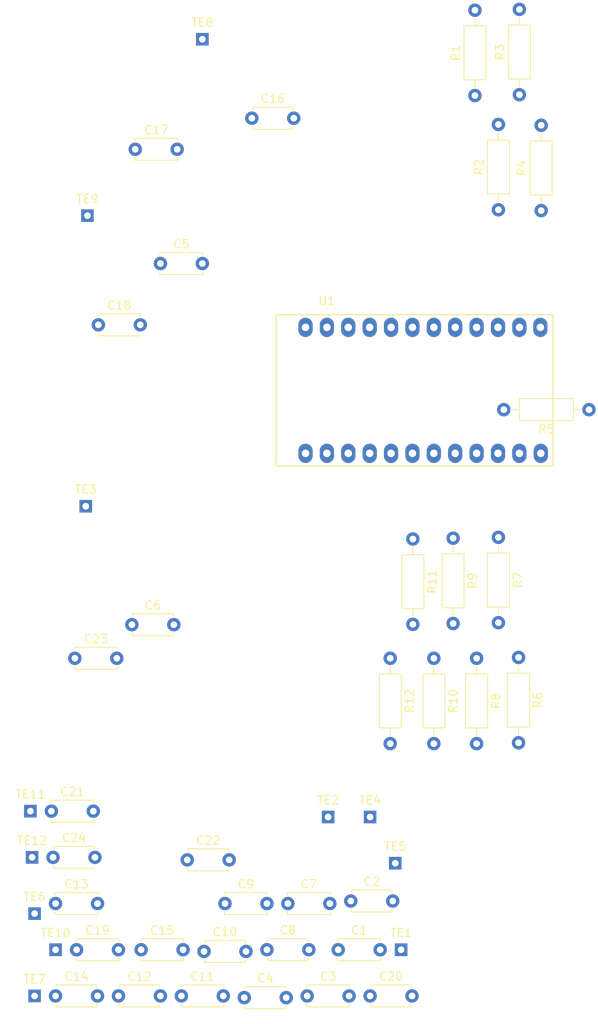
<source format=kicad_pcb>
(kicad_pcb (version 4) (host pcbnew 4.0.6)

  (general
    (links 72)
    (no_connects 72)
    (area 106.999999 51.824999 174.985 174.185)
    (thickness 1.6)
    (drawings 0)
    (tracks 0)
    (zones 0)
    (modules 49)
    (nets 37)
  )

  (page A4)
  (layers
    (0 F.Cu signal)
    (31 B.Cu signal)
    (32 B.Adhes user)
    (33 F.Adhes user)
    (34 B.Paste user)
    (35 F.Paste user)
    (36 B.SilkS user)
    (37 F.SilkS user)
    (38 B.Mask user)
    (39 F.Mask user)
    (40 Dwgs.User user)
    (41 Cmts.User user)
    (42 Eco1.User user)
    (43 Eco2.User user)
    (44 Edge.Cuts user)
    (45 Margin user)
    (46 B.CrtYd user)
    (47 F.CrtYd user)
    (48 B.Fab user)
    (49 F.Fab user)
  )

  (setup
    (last_trace_width 0.25)
    (trace_clearance 0.2)
    (zone_clearance 0.508)
    (zone_45_only no)
    (trace_min 0.2)
    (segment_width 0.2)
    (edge_width 0.15)
    (via_size 0.6)
    (via_drill 0.4)
    (via_min_size 0.4)
    (via_min_drill 0.3)
    (uvia_size 0.3)
    (uvia_drill 0.1)
    (uvias_allowed no)
    (uvia_min_size 0.2)
    (uvia_min_drill 0.1)
    (pcb_text_width 0.3)
    (pcb_text_size 1.5 1.5)
    (mod_edge_width 0.15)
    (mod_text_size 1 1)
    (mod_text_width 0.15)
    (pad_size 1.524 1.524)
    (pad_drill 0.762)
    (pad_to_mask_clearance 0.2)
    (aux_axis_origin 0 0)
    (visible_elements FFFFFF7F)
    (pcbplotparams
      (layerselection 0x00030_80000001)
      (usegerberextensions false)
      (excludeedgelayer true)
      (linewidth 0.100000)
      (plotframeref false)
      (viasonmask false)
      (mode 1)
      (useauxorigin false)
      (hpglpennumber 1)
      (hpglpenspeed 20)
      (hpglpendiameter 15)
      (hpglpenoverlay 2)
      (psnegative false)
      (psa4output false)
      (plotreference true)
      (plotvalue true)
      (plotinvisibletext false)
      (padsonsilk false)
      (subtractmaskfromsilk false)
      (outputformat 1)
      (mirror false)
      (drillshape 1)
      (scaleselection 1)
      (outputdirectory ""))
  )

  (net 0 "")
  (net 1 "Net-(C1-Pad1)")
  (net 2 "Net-(C1-Pad2)")
  (net 3 GNDREF)
  (net 4 "Net-(C3-Pad1)")
  (net 5 "Net-(C3-Pad2)")
  (net 6 "Net-(C5-Pad1)")
  (net 7 "Net-(C5-Pad2)")
  (net 8 "Net-(C7-Pad1)")
  (net 9 "Net-(C7-Pad2)")
  (net 10 "Net-(C10-Pad1)")
  (net 11 "Net-(C9-Pad2)")
  (net 12 "Net-(C11-Pad1)")
  (net 13 "Net-(C11-Pad2)")
  (net 14 "Net-(C13-Pad1)")
  (net 15 "Net-(C13-Pad2)")
  (net 16 "Net-(C15-Pad1)")
  (net 17 "Net-(C15-Pad2)")
  (net 18 "Net-(C17-Pad1)")
  (net 19 "Net-(C17-Pad2)")
  (net 20 "Net-(C19-Pad1)")
  (net 21 "Net-(C19-Pad2)")
  (net 22 "Net-(C21-Pad1)")
  (net 23 "Net-(C21-Pad2)")
  (net 24 "Net-(C23-Pad1)")
  (net 25 "Net-(C23-Pad2)")
  (net 26 "Net-(R1-Pad2)")
  (net 27 "Net-(U1-PadRAW)")
  (net 28 "Net-(U1-PadGND)")
  (net 29 "Net-(U1-PadRST)")
  (net 30 "Net-(U1-PadVCC)")
  (net 31 "Net-(U1-PadA3)")
  (net 32 "Net-(U1-PadA2)")
  (net 33 "Net-(U1-PadA1)")
  (net 34 "Net-(U1-PadA0)")
  (net 35 "Net-(U1-Pad1)")
  (net 36 "Net-(U1-Pad0)")

  (net_class Default "Dies ist die voreingestellte Netzklasse."
    (clearance 0.2)
    (trace_width 0.25)
    (via_dia 0.6)
    (via_drill 0.4)
    (uvia_dia 0.3)
    (uvia_drill 0.1)
    (add_net GNDREF)
    (add_net "Net-(C1-Pad1)")
    (add_net "Net-(C1-Pad2)")
    (add_net "Net-(C10-Pad1)")
    (add_net "Net-(C11-Pad1)")
    (add_net "Net-(C11-Pad2)")
    (add_net "Net-(C13-Pad1)")
    (add_net "Net-(C13-Pad2)")
    (add_net "Net-(C15-Pad1)")
    (add_net "Net-(C15-Pad2)")
    (add_net "Net-(C17-Pad1)")
    (add_net "Net-(C17-Pad2)")
    (add_net "Net-(C19-Pad1)")
    (add_net "Net-(C19-Pad2)")
    (add_net "Net-(C21-Pad1)")
    (add_net "Net-(C21-Pad2)")
    (add_net "Net-(C23-Pad1)")
    (add_net "Net-(C23-Pad2)")
    (add_net "Net-(C3-Pad1)")
    (add_net "Net-(C3-Pad2)")
    (add_net "Net-(C5-Pad1)")
    (add_net "Net-(C5-Pad2)")
    (add_net "Net-(C7-Pad1)")
    (add_net "Net-(C7-Pad2)")
    (add_net "Net-(C9-Pad2)")
    (add_net "Net-(R1-Pad2)")
    (add_net "Net-(U1-Pad0)")
    (add_net "Net-(U1-Pad1)")
    (add_net "Net-(U1-PadA0)")
    (add_net "Net-(U1-PadA1)")
    (add_net "Net-(U1-PadA2)")
    (add_net "Net-(U1-PadA3)")
    (add_net "Net-(U1-PadGND)")
    (add_net "Net-(U1-PadRAW)")
    (add_net "Net-(U1-PadRST)")
    (add_net "Net-(U1-PadVCC)")
  )

  (module Capacitors_THT:C_Disc_D5.0mm_W2.5mm_P5.00mm placed (layer F.Cu) (tedit 58765D06) (tstamp 5A5E3B51)
    (at 147.4 165.1)
    (descr "C, Disc series, Radial, pin pitch=5.00mm, , diameter*width=5*2.5mm^2, Capacitor, http://cdn-reichelt.de/documents/datenblatt/B300/DS_KERKO_TC.pdf")
    (tags "C Disc series Radial pin pitch 5.00mm  diameter 5mm width 2.5mm Capacitor")
    (path /5A58E5AD)
    (fp_text reference C1 (at 2.5 -2.31) (layer F.SilkS)
      (effects (font (size 1 1) (thickness 0.15)))
    )
    (fp_text value 180pF (at 2.5 2.31) (layer F.Fab)
      (effects (font (size 1 1) (thickness 0.15)))
    )
    (fp_line (start 0 -1.25) (end 0 1.25) (layer F.Fab) (width 0.1))
    (fp_line (start 0 1.25) (end 5 1.25) (layer F.Fab) (width 0.1))
    (fp_line (start 5 1.25) (end 5 -1.25) (layer F.Fab) (width 0.1))
    (fp_line (start 5 -1.25) (end 0 -1.25) (layer F.Fab) (width 0.1))
    (fp_line (start -0.06 -1.31) (end 5.06 -1.31) (layer F.SilkS) (width 0.12))
    (fp_line (start -0.06 1.31) (end 5.06 1.31) (layer F.SilkS) (width 0.12))
    (fp_line (start -0.06 -1.31) (end -0.06 -0.996) (layer F.SilkS) (width 0.12))
    (fp_line (start -0.06 0.996) (end -0.06 1.31) (layer F.SilkS) (width 0.12))
    (fp_line (start 5.06 -1.31) (end 5.06 -0.996) (layer F.SilkS) (width 0.12))
    (fp_line (start 5.06 0.996) (end 5.06 1.31) (layer F.SilkS) (width 0.12))
    (fp_line (start -1.05 -1.6) (end -1.05 1.6) (layer F.CrtYd) (width 0.05))
    (fp_line (start -1.05 1.6) (end 6.05 1.6) (layer F.CrtYd) (width 0.05))
    (fp_line (start 6.05 1.6) (end 6.05 -1.6) (layer F.CrtYd) (width 0.05))
    (fp_line (start 6.05 -1.6) (end -1.05 -1.6) (layer F.CrtYd) (width 0.05))
    (pad 1 thru_hole circle (at 0 0) (size 1.6 1.6) (drill 0.8) (layers *.Cu *.Mask)
      (net 1 "Net-(C1-Pad1)"))
    (pad 2 thru_hole circle (at 5 0) (size 1.6 1.6) (drill 0.8) (layers *.Cu *.Mask)
      (net 2 "Net-(C1-Pad2)"))
    (model Capacitors_THT.3dshapes/C_Disc_D5.0mm_W2.5mm_P5.00mm.wrl
      (at (xyz 0 0 0))
      (scale (xyz 0.393701 0.393701 0.393701))
      (rotate (xyz 0 0 0))
    )
  )

  (module Capacitors_THT:C_Disc_D4.7mm_W2.5mm_P5.00mm placed (layer F.Cu) (tedit 58765D06) (tstamp 5A5E3B65)
    (at 148.9 159.3)
    (descr "C, Disc series, Radial, pin pitch=5.00mm, , diameter*width=4.7*2.5mm^2, Capacitor, http://www.vishay.com/docs/45233/krseries.pdf")
    (tags "C Disc series Radial pin pitch 5.00mm  diameter 4.7mm width 2.5mm Capacitor")
    (path /5A58E575)
    (fp_text reference C2 (at 2.5 -2.31) (layer F.SilkS)
      (effects (font (size 1 1) (thickness 0.15)))
    )
    (fp_text value 100pF (at 2.5 2.31) (layer F.Fab)
      (effects (font (size 1 1) (thickness 0.15)))
    )
    (fp_line (start 0.15 -1.25) (end 0.15 1.25) (layer F.Fab) (width 0.1))
    (fp_line (start 0.15 1.25) (end 4.85 1.25) (layer F.Fab) (width 0.1))
    (fp_line (start 4.85 1.25) (end 4.85 -1.25) (layer F.Fab) (width 0.1))
    (fp_line (start 4.85 -1.25) (end 0.15 -1.25) (layer F.Fab) (width 0.1))
    (fp_line (start 0.09 -1.31) (end 4.91 -1.31) (layer F.SilkS) (width 0.12))
    (fp_line (start 0.09 1.31) (end 4.91 1.31) (layer F.SilkS) (width 0.12))
    (fp_line (start 0.09 -1.31) (end 0.09 -0.996) (layer F.SilkS) (width 0.12))
    (fp_line (start 0.09 0.996) (end 0.09 1.31) (layer F.SilkS) (width 0.12))
    (fp_line (start 4.91 -1.31) (end 4.91 -0.996) (layer F.SilkS) (width 0.12))
    (fp_line (start 4.91 0.996) (end 4.91 1.31) (layer F.SilkS) (width 0.12))
    (fp_line (start -1.05 -1.6) (end -1.05 1.6) (layer F.CrtYd) (width 0.05))
    (fp_line (start -1.05 1.6) (end 6.05 1.6) (layer F.CrtYd) (width 0.05))
    (fp_line (start 6.05 1.6) (end 6.05 -1.6) (layer F.CrtYd) (width 0.05))
    (fp_line (start 6.05 -1.6) (end -1.05 -1.6) (layer F.CrtYd) (width 0.05))
    (pad 1 thru_hole circle (at 0 0) (size 1.6 1.6) (drill 0.8) (layers *.Cu *.Mask)
      (net 1 "Net-(C1-Pad1)"))
    (pad 2 thru_hole circle (at 5 0) (size 1.6 1.6) (drill 0.8) (layers *.Cu *.Mask)
      (net 3 GNDREF))
    (model Capacitors_THT.3dshapes/C_Disc_D4.7mm_W2.5mm_P5.00mm.wrl
      (at (xyz 0 0 0))
      (scale (xyz 0.393701 0.393701 0.393701))
      (rotate (xyz 0 0 0))
    )
  )

  (module Capacitors_THT:C_Disc_D5.0mm_W2.5mm_P5.00mm placed (layer F.Cu) (tedit 58765D06) (tstamp 5A5E3B79)
    (at 143.7 170.6)
    (descr "C, Disc series, Radial, pin pitch=5.00mm, , diameter*width=5*2.5mm^2, Capacitor, http://cdn-reichelt.de/documents/datenblatt/B300/DS_KERKO_TC.pdf")
    (tags "C Disc series Radial pin pitch 5.00mm  diameter 5mm width 2.5mm Capacitor")
    (path /5A593D11)
    (fp_text reference C3 (at 2.5 -2.31) (layer F.SilkS)
      (effects (font (size 1 1) (thickness 0.15)))
    )
    (fp_text value 180pF (at 2.5 2.31) (layer F.Fab)
      (effects (font (size 1 1) (thickness 0.15)))
    )
    (fp_line (start 0 -1.25) (end 0 1.25) (layer F.Fab) (width 0.1))
    (fp_line (start 0 1.25) (end 5 1.25) (layer F.Fab) (width 0.1))
    (fp_line (start 5 1.25) (end 5 -1.25) (layer F.Fab) (width 0.1))
    (fp_line (start 5 -1.25) (end 0 -1.25) (layer F.Fab) (width 0.1))
    (fp_line (start -0.06 -1.31) (end 5.06 -1.31) (layer F.SilkS) (width 0.12))
    (fp_line (start -0.06 1.31) (end 5.06 1.31) (layer F.SilkS) (width 0.12))
    (fp_line (start -0.06 -1.31) (end -0.06 -0.996) (layer F.SilkS) (width 0.12))
    (fp_line (start -0.06 0.996) (end -0.06 1.31) (layer F.SilkS) (width 0.12))
    (fp_line (start 5.06 -1.31) (end 5.06 -0.996) (layer F.SilkS) (width 0.12))
    (fp_line (start 5.06 0.996) (end 5.06 1.31) (layer F.SilkS) (width 0.12))
    (fp_line (start -1.05 -1.6) (end -1.05 1.6) (layer F.CrtYd) (width 0.05))
    (fp_line (start -1.05 1.6) (end 6.05 1.6) (layer F.CrtYd) (width 0.05))
    (fp_line (start 6.05 1.6) (end 6.05 -1.6) (layer F.CrtYd) (width 0.05))
    (fp_line (start 6.05 -1.6) (end -1.05 -1.6) (layer F.CrtYd) (width 0.05))
    (pad 1 thru_hole circle (at 0 0) (size 1.6 1.6) (drill 0.8) (layers *.Cu *.Mask)
      (net 4 "Net-(C3-Pad1)"))
    (pad 2 thru_hole circle (at 5 0) (size 1.6 1.6) (drill 0.8) (layers *.Cu *.Mask)
      (net 5 "Net-(C3-Pad2)"))
    (model Capacitors_THT.3dshapes/C_Disc_D5.0mm_W2.5mm_P5.00mm.wrl
      (at (xyz 0 0 0))
      (scale (xyz 0.393701 0.393701 0.393701))
      (rotate (xyz 0 0 0))
    )
  )

  (module Capacitors_THT:C_Disc_D4.7mm_W2.5mm_P5.00mm placed (layer F.Cu) (tedit 58765D06) (tstamp 5A5E3B8D)
    (at 136.2 170.8)
    (descr "C, Disc series, Radial, pin pitch=5.00mm, , diameter*width=4.7*2.5mm^2, Capacitor, http://www.vishay.com/docs/45233/krseries.pdf")
    (tags "C Disc series Radial pin pitch 5.00mm  diameter 4.7mm width 2.5mm Capacitor")
    (path /5A593D0B)
    (fp_text reference C4 (at 2.5 -2.31) (layer F.SilkS)
      (effects (font (size 1 1) (thickness 0.15)))
    )
    (fp_text value 100pF (at 2.5 2.31) (layer F.Fab)
      (effects (font (size 1 1) (thickness 0.15)))
    )
    (fp_line (start 0.15 -1.25) (end 0.15 1.25) (layer F.Fab) (width 0.1))
    (fp_line (start 0.15 1.25) (end 4.85 1.25) (layer F.Fab) (width 0.1))
    (fp_line (start 4.85 1.25) (end 4.85 -1.25) (layer F.Fab) (width 0.1))
    (fp_line (start 4.85 -1.25) (end 0.15 -1.25) (layer F.Fab) (width 0.1))
    (fp_line (start 0.09 -1.31) (end 4.91 -1.31) (layer F.SilkS) (width 0.12))
    (fp_line (start 0.09 1.31) (end 4.91 1.31) (layer F.SilkS) (width 0.12))
    (fp_line (start 0.09 -1.31) (end 0.09 -0.996) (layer F.SilkS) (width 0.12))
    (fp_line (start 0.09 0.996) (end 0.09 1.31) (layer F.SilkS) (width 0.12))
    (fp_line (start 4.91 -1.31) (end 4.91 -0.996) (layer F.SilkS) (width 0.12))
    (fp_line (start 4.91 0.996) (end 4.91 1.31) (layer F.SilkS) (width 0.12))
    (fp_line (start -1.05 -1.6) (end -1.05 1.6) (layer F.CrtYd) (width 0.05))
    (fp_line (start -1.05 1.6) (end 6.05 1.6) (layer F.CrtYd) (width 0.05))
    (fp_line (start 6.05 1.6) (end 6.05 -1.6) (layer F.CrtYd) (width 0.05))
    (fp_line (start 6.05 -1.6) (end -1.05 -1.6) (layer F.CrtYd) (width 0.05))
    (pad 1 thru_hole circle (at 0 0) (size 1.6 1.6) (drill 0.8) (layers *.Cu *.Mask)
      (net 4 "Net-(C3-Pad1)"))
    (pad 2 thru_hole circle (at 5 0) (size 1.6 1.6) (drill 0.8) (layers *.Cu *.Mask)
      (net 3 GNDREF))
    (model Capacitors_THT.3dshapes/C_Disc_D4.7mm_W2.5mm_P5.00mm.wrl
      (at (xyz 0 0 0))
      (scale (xyz 0.393701 0.393701 0.393701))
      (rotate (xyz 0 0 0))
    )
  )

  (module Capacitors_THT:C_Disc_D5.0mm_W2.5mm_P5.00mm placed (layer F.Cu) (tedit 58765D06) (tstamp 5A5E3BA1)
    (at 126.2 83.4)
    (descr "C, Disc series, Radial, pin pitch=5.00mm, , diameter*width=5*2.5mm^2, Capacitor, http://cdn-reichelt.de/documents/datenblatt/B300/DS_KERKO_TC.pdf")
    (tags "C Disc series Radial pin pitch 5.00mm  diameter 5mm width 2.5mm Capacitor")
    (path /5A595653)
    (fp_text reference C5 (at 2.5 -2.31) (layer F.SilkS)
      (effects (font (size 1 1) (thickness 0.15)))
    )
    (fp_text value 180pF (at 2.5 2.31) (layer F.Fab)
      (effects (font (size 1 1) (thickness 0.15)))
    )
    (fp_line (start 0 -1.25) (end 0 1.25) (layer F.Fab) (width 0.1))
    (fp_line (start 0 1.25) (end 5 1.25) (layer F.Fab) (width 0.1))
    (fp_line (start 5 1.25) (end 5 -1.25) (layer F.Fab) (width 0.1))
    (fp_line (start 5 -1.25) (end 0 -1.25) (layer F.Fab) (width 0.1))
    (fp_line (start -0.06 -1.31) (end 5.06 -1.31) (layer F.SilkS) (width 0.12))
    (fp_line (start -0.06 1.31) (end 5.06 1.31) (layer F.SilkS) (width 0.12))
    (fp_line (start -0.06 -1.31) (end -0.06 -0.996) (layer F.SilkS) (width 0.12))
    (fp_line (start -0.06 0.996) (end -0.06 1.31) (layer F.SilkS) (width 0.12))
    (fp_line (start 5.06 -1.31) (end 5.06 -0.996) (layer F.SilkS) (width 0.12))
    (fp_line (start 5.06 0.996) (end 5.06 1.31) (layer F.SilkS) (width 0.12))
    (fp_line (start -1.05 -1.6) (end -1.05 1.6) (layer F.CrtYd) (width 0.05))
    (fp_line (start -1.05 1.6) (end 6.05 1.6) (layer F.CrtYd) (width 0.05))
    (fp_line (start 6.05 1.6) (end 6.05 -1.6) (layer F.CrtYd) (width 0.05))
    (fp_line (start 6.05 -1.6) (end -1.05 -1.6) (layer F.CrtYd) (width 0.05))
    (pad 1 thru_hole circle (at 0 0) (size 1.6 1.6) (drill 0.8) (layers *.Cu *.Mask)
      (net 6 "Net-(C5-Pad1)"))
    (pad 2 thru_hole circle (at 5 0) (size 1.6 1.6) (drill 0.8) (layers *.Cu *.Mask)
      (net 7 "Net-(C5-Pad2)"))
    (model Capacitors_THT.3dshapes/C_Disc_D5.0mm_W2.5mm_P5.00mm.wrl
      (at (xyz 0 0 0))
      (scale (xyz 0.393701 0.393701 0.393701))
      (rotate (xyz 0 0 0))
    )
  )

  (module Capacitors_THT:C_Disc_D4.7mm_W2.5mm_P5.00mm placed (layer F.Cu) (tedit 58765D06) (tstamp 5A5E3BB5)
    (at 122.8 126.4)
    (descr "C, Disc series, Radial, pin pitch=5.00mm, , diameter*width=4.7*2.5mm^2, Capacitor, http://www.vishay.com/docs/45233/krseries.pdf")
    (tags "C Disc series Radial pin pitch 5.00mm  diameter 4.7mm width 2.5mm Capacitor")
    (path /5A5956C3)
    (fp_text reference C6 (at 2.5 -2.31) (layer F.SilkS)
      (effects (font (size 1 1) (thickness 0.15)))
    )
    (fp_text value 100pF (at 2.5 2.31) (layer F.Fab)
      (effects (font (size 1 1) (thickness 0.15)))
    )
    (fp_line (start 0.15 -1.25) (end 0.15 1.25) (layer F.Fab) (width 0.1))
    (fp_line (start 0.15 1.25) (end 4.85 1.25) (layer F.Fab) (width 0.1))
    (fp_line (start 4.85 1.25) (end 4.85 -1.25) (layer F.Fab) (width 0.1))
    (fp_line (start 4.85 -1.25) (end 0.15 -1.25) (layer F.Fab) (width 0.1))
    (fp_line (start 0.09 -1.31) (end 4.91 -1.31) (layer F.SilkS) (width 0.12))
    (fp_line (start 0.09 1.31) (end 4.91 1.31) (layer F.SilkS) (width 0.12))
    (fp_line (start 0.09 -1.31) (end 0.09 -0.996) (layer F.SilkS) (width 0.12))
    (fp_line (start 0.09 0.996) (end 0.09 1.31) (layer F.SilkS) (width 0.12))
    (fp_line (start 4.91 -1.31) (end 4.91 -0.996) (layer F.SilkS) (width 0.12))
    (fp_line (start 4.91 0.996) (end 4.91 1.31) (layer F.SilkS) (width 0.12))
    (fp_line (start -1.05 -1.6) (end -1.05 1.6) (layer F.CrtYd) (width 0.05))
    (fp_line (start -1.05 1.6) (end 6.05 1.6) (layer F.CrtYd) (width 0.05))
    (fp_line (start 6.05 1.6) (end 6.05 -1.6) (layer F.CrtYd) (width 0.05))
    (fp_line (start 6.05 -1.6) (end -1.05 -1.6) (layer F.CrtYd) (width 0.05))
    (pad 1 thru_hole circle (at 0 0) (size 1.6 1.6) (drill 0.8) (layers *.Cu *.Mask)
      (net 6 "Net-(C5-Pad1)"))
    (pad 2 thru_hole circle (at 5 0) (size 1.6 1.6) (drill 0.8) (layers *.Cu *.Mask)
      (net 3 GNDREF))
    (model Capacitors_THT.3dshapes/C_Disc_D4.7mm_W2.5mm_P5.00mm.wrl
      (at (xyz 0 0 0))
      (scale (xyz 0.393701 0.393701 0.393701))
      (rotate (xyz 0 0 0))
    )
  )

  (module Capacitors_THT:C_Disc_D5.0mm_W2.5mm_P5.00mm placed (layer F.Cu) (tedit 58765D06) (tstamp 5A5E3BC9)
    (at 141.4 159.6)
    (descr "C, Disc series, Radial, pin pitch=5.00mm, , diameter*width=5*2.5mm^2, Capacitor, http://cdn-reichelt.de/documents/datenblatt/B300/DS_KERKO_TC.pdf")
    (tags "C Disc series Radial pin pitch 5.00mm  diameter 5mm width 2.5mm Capacitor")
    (path /5A596274)
    (fp_text reference C7 (at 2.5 -2.31) (layer F.SilkS)
      (effects (font (size 1 1) (thickness 0.15)))
    )
    (fp_text value 180pF (at 2.5 2.31) (layer F.Fab)
      (effects (font (size 1 1) (thickness 0.15)))
    )
    (fp_line (start 0 -1.25) (end 0 1.25) (layer F.Fab) (width 0.1))
    (fp_line (start 0 1.25) (end 5 1.25) (layer F.Fab) (width 0.1))
    (fp_line (start 5 1.25) (end 5 -1.25) (layer F.Fab) (width 0.1))
    (fp_line (start 5 -1.25) (end 0 -1.25) (layer F.Fab) (width 0.1))
    (fp_line (start -0.06 -1.31) (end 5.06 -1.31) (layer F.SilkS) (width 0.12))
    (fp_line (start -0.06 1.31) (end 5.06 1.31) (layer F.SilkS) (width 0.12))
    (fp_line (start -0.06 -1.31) (end -0.06 -0.996) (layer F.SilkS) (width 0.12))
    (fp_line (start -0.06 0.996) (end -0.06 1.31) (layer F.SilkS) (width 0.12))
    (fp_line (start 5.06 -1.31) (end 5.06 -0.996) (layer F.SilkS) (width 0.12))
    (fp_line (start 5.06 0.996) (end 5.06 1.31) (layer F.SilkS) (width 0.12))
    (fp_line (start -1.05 -1.6) (end -1.05 1.6) (layer F.CrtYd) (width 0.05))
    (fp_line (start -1.05 1.6) (end 6.05 1.6) (layer F.CrtYd) (width 0.05))
    (fp_line (start 6.05 1.6) (end 6.05 -1.6) (layer F.CrtYd) (width 0.05))
    (fp_line (start 6.05 -1.6) (end -1.05 -1.6) (layer F.CrtYd) (width 0.05))
    (pad 1 thru_hole circle (at 0 0) (size 1.6 1.6) (drill 0.8) (layers *.Cu *.Mask)
      (net 8 "Net-(C7-Pad1)"))
    (pad 2 thru_hole circle (at 5 0) (size 1.6 1.6) (drill 0.8) (layers *.Cu *.Mask)
      (net 9 "Net-(C7-Pad2)"))
    (model Capacitors_THT.3dshapes/C_Disc_D5.0mm_W2.5mm_P5.00mm.wrl
      (at (xyz 0 0 0))
      (scale (xyz 0.393701 0.393701 0.393701))
      (rotate (xyz 0 0 0))
    )
  )

  (module Capacitors_THT:C_Disc_D4.7mm_W2.5mm_P5.00mm placed (layer F.Cu) (tedit 58765D06) (tstamp 5A5E3BDD)
    (at 138.9 165.1)
    (descr "C, Disc series, Radial, pin pitch=5.00mm, , diameter*width=4.7*2.5mm^2, Capacitor, http://www.vishay.com/docs/45233/krseries.pdf")
    (tags "C Disc series Radial pin pitch 5.00mm  diameter 4.7mm width 2.5mm Capacitor")
    (path /5A5962F3)
    (fp_text reference C8 (at 2.5 -2.31) (layer F.SilkS)
      (effects (font (size 1 1) (thickness 0.15)))
    )
    (fp_text value 100pF (at 2.5 2.31) (layer F.Fab)
      (effects (font (size 1 1) (thickness 0.15)))
    )
    (fp_line (start 0.15 -1.25) (end 0.15 1.25) (layer F.Fab) (width 0.1))
    (fp_line (start 0.15 1.25) (end 4.85 1.25) (layer F.Fab) (width 0.1))
    (fp_line (start 4.85 1.25) (end 4.85 -1.25) (layer F.Fab) (width 0.1))
    (fp_line (start 4.85 -1.25) (end 0.15 -1.25) (layer F.Fab) (width 0.1))
    (fp_line (start 0.09 -1.31) (end 4.91 -1.31) (layer F.SilkS) (width 0.12))
    (fp_line (start 0.09 1.31) (end 4.91 1.31) (layer F.SilkS) (width 0.12))
    (fp_line (start 0.09 -1.31) (end 0.09 -0.996) (layer F.SilkS) (width 0.12))
    (fp_line (start 0.09 0.996) (end 0.09 1.31) (layer F.SilkS) (width 0.12))
    (fp_line (start 4.91 -1.31) (end 4.91 -0.996) (layer F.SilkS) (width 0.12))
    (fp_line (start 4.91 0.996) (end 4.91 1.31) (layer F.SilkS) (width 0.12))
    (fp_line (start -1.05 -1.6) (end -1.05 1.6) (layer F.CrtYd) (width 0.05))
    (fp_line (start -1.05 1.6) (end 6.05 1.6) (layer F.CrtYd) (width 0.05))
    (fp_line (start 6.05 1.6) (end 6.05 -1.6) (layer F.CrtYd) (width 0.05))
    (fp_line (start 6.05 -1.6) (end -1.05 -1.6) (layer F.CrtYd) (width 0.05))
    (pad 1 thru_hole circle (at 0 0) (size 1.6 1.6) (drill 0.8) (layers *.Cu *.Mask)
      (net 8 "Net-(C7-Pad1)"))
    (pad 2 thru_hole circle (at 5 0) (size 1.6 1.6) (drill 0.8) (layers *.Cu *.Mask)
      (net 3 GNDREF))
    (model Capacitors_THT.3dshapes/C_Disc_D4.7mm_W2.5mm_P5.00mm.wrl
      (at (xyz 0 0 0))
      (scale (xyz 0.393701 0.393701 0.393701))
      (rotate (xyz 0 0 0))
    )
  )

  (module Capacitors_THT:C_Disc_D5.0mm_W2.5mm_P5.00mm placed (layer F.Cu) (tedit 58765D06) (tstamp 5A5E3BF1)
    (at 133.9 159.6)
    (descr "C, Disc series, Radial, pin pitch=5.00mm, , diameter*width=5*2.5mm^2, Capacitor, http://cdn-reichelt.de/documents/datenblatt/B300/DS_KERKO_TC.pdf")
    (tags "C Disc series Radial pin pitch 5.00mm  diameter 5mm width 2.5mm Capacitor")
    (path /5A59670E)
    (fp_text reference C9 (at 2.5 -2.31) (layer F.SilkS)
      (effects (font (size 1 1) (thickness 0.15)))
    )
    (fp_text value 180pF (at 2.5 2.31) (layer F.Fab)
      (effects (font (size 1 1) (thickness 0.15)))
    )
    (fp_line (start 0 -1.25) (end 0 1.25) (layer F.Fab) (width 0.1))
    (fp_line (start 0 1.25) (end 5 1.25) (layer F.Fab) (width 0.1))
    (fp_line (start 5 1.25) (end 5 -1.25) (layer F.Fab) (width 0.1))
    (fp_line (start 5 -1.25) (end 0 -1.25) (layer F.Fab) (width 0.1))
    (fp_line (start -0.06 -1.31) (end 5.06 -1.31) (layer F.SilkS) (width 0.12))
    (fp_line (start -0.06 1.31) (end 5.06 1.31) (layer F.SilkS) (width 0.12))
    (fp_line (start -0.06 -1.31) (end -0.06 -0.996) (layer F.SilkS) (width 0.12))
    (fp_line (start -0.06 0.996) (end -0.06 1.31) (layer F.SilkS) (width 0.12))
    (fp_line (start 5.06 -1.31) (end 5.06 -0.996) (layer F.SilkS) (width 0.12))
    (fp_line (start 5.06 0.996) (end 5.06 1.31) (layer F.SilkS) (width 0.12))
    (fp_line (start -1.05 -1.6) (end -1.05 1.6) (layer F.CrtYd) (width 0.05))
    (fp_line (start -1.05 1.6) (end 6.05 1.6) (layer F.CrtYd) (width 0.05))
    (fp_line (start 6.05 1.6) (end 6.05 -1.6) (layer F.CrtYd) (width 0.05))
    (fp_line (start 6.05 -1.6) (end -1.05 -1.6) (layer F.CrtYd) (width 0.05))
    (pad 1 thru_hole circle (at 0 0) (size 1.6 1.6) (drill 0.8) (layers *.Cu *.Mask)
      (net 10 "Net-(C10-Pad1)"))
    (pad 2 thru_hole circle (at 5 0) (size 1.6 1.6) (drill 0.8) (layers *.Cu *.Mask)
      (net 11 "Net-(C9-Pad2)"))
    (model Capacitors_THT.3dshapes/C_Disc_D5.0mm_W2.5mm_P5.00mm.wrl
      (at (xyz 0 0 0))
      (scale (xyz 0.393701 0.393701 0.393701))
      (rotate (xyz 0 0 0))
    )
  )

  (module Capacitors_THT:C_Disc_D4.7mm_W2.5mm_P5.00mm placed (layer F.Cu) (tedit 58765D06) (tstamp 5A5E3C05)
    (at 131.4 165.3)
    (descr "C, Disc series, Radial, pin pitch=5.00mm, , diameter*width=4.7*2.5mm^2, Capacitor, http://www.vishay.com/docs/45233/krseries.pdf")
    (tags "C Disc series Radial pin pitch 5.00mm  diameter 4.7mm width 2.5mm Capacitor")
    (path /5A5968C4)
    (fp_text reference C10 (at 2.5 -2.31) (layer F.SilkS)
      (effects (font (size 1 1) (thickness 0.15)))
    )
    (fp_text value 100pF (at 2.5 2.31) (layer F.Fab)
      (effects (font (size 1 1) (thickness 0.15)))
    )
    (fp_line (start 0.15 -1.25) (end 0.15 1.25) (layer F.Fab) (width 0.1))
    (fp_line (start 0.15 1.25) (end 4.85 1.25) (layer F.Fab) (width 0.1))
    (fp_line (start 4.85 1.25) (end 4.85 -1.25) (layer F.Fab) (width 0.1))
    (fp_line (start 4.85 -1.25) (end 0.15 -1.25) (layer F.Fab) (width 0.1))
    (fp_line (start 0.09 -1.31) (end 4.91 -1.31) (layer F.SilkS) (width 0.12))
    (fp_line (start 0.09 1.31) (end 4.91 1.31) (layer F.SilkS) (width 0.12))
    (fp_line (start 0.09 -1.31) (end 0.09 -0.996) (layer F.SilkS) (width 0.12))
    (fp_line (start 0.09 0.996) (end 0.09 1.31) (layer F.SilkS) (width 0.12))
    (fp_line (start 4.91 -1.31) (end 4.91 -0.996) (layer F.SilkS) (width 0.12))
    (fp_line (start 4.91 0.996) (end 4.91 1.31) (layer F.SilkS) (width 0.12))
    (fp_line (start -1.05 -1.6) (end -1.05 1.6) (layer F.CrtYd) (width 0.05))
    (fp_line (start -1.05 1.6) (end 6.05 1.6) (layer F.CrtYd) (width 0.05))
    (fp_line (start 6.05 1.6) (end 6.05 -1.6) (layer F.CrtYd) (width 0.05))
    (fp_line (start 6.05 -1.6) (end -1.05 -1.6) (layer F.CrtYd) (width 0.05))
    (pad 1 thru_hole circle (at 0 0) (size 1.6 1.6) (drill 0.8) (layers *.Cu *.Mask)
      (net 10 "Net-(C10-Pad1)"))
    (pad 2 thru_hole circle (at 5 0) (size 1.6 1.6) (drill 0.8) (layers *.Cu *.Mask)
      (net 3 GNDREF))
    (model Capacitors_THT.3dshapes/C_Disc_D4.7mm_W2.5mm_P5.00mm.wrl
      (at (xyz 0 0 0))
      (scale (xyz 0.393701 0.393701 0.393701))
      (rotate (xyz 0 0 0))
    )
  )

  (module Capacitors_THT:C_Disc_D5.0mm_W2.5mm_P5.00mm placed (layer F.Cu) (tedit 58765D06) (tstamp 5A5E3C19)
    (at 128.7 170.6)
    (descr "C, Disc series, Radial, pin pitch=5.00mm, , diameter*width=5*2.5mm^2, Capacitor, http://cdn-reichelt.de/documents/datenblatt/B300/DS_KERKO_TC.pdf")
    (tags "C Disc series Radial pin pitch 5.00mm  diameter 5mm width 2.5mm Capacitor")
    (path /5A59678B)
    (fp_text reference C11 (at 2.5 -2.31) (layer F.SilkS)
      (effects (font (size 1 1) (thickness 0.15)))
    )
    (fp_text value 180pF (at 2.5 2.31) (layer F.Fab)
      (effects (font (size 1 1) (thickness 0.15)))
    )
    (fp_line (start 0 -1.25) (end 0 1.25) (layer F.Fab) (width 0.1))
    (fp_line (start 0 1.25) (end 5 1.25) (layer F.Fab) (width 0.1))
    (fp_line (start 5 1.25) (end 5 -1.25) (layer F.Fab) (width 0.1))
    (fp_line (start 5 -1.25) (end 0 -1.25) (layer F.Fab) (width 0.1))
    (fp_line (start -0.06 -1.31) (end 5.06 -1.31) (layer F.SilkS) (width 0.12))
    (fp_line (start -0.06 1.31) (end 5.06 1.31) (layer F.SilkS) (width 0.12))
    (fp_line (start -0.06 -1.31) (end -0.06 -0.996) (layer F.SilkS) (width 0.12))
    (fp_line (start -0.06 0.996) (end -0.06 1.31) (layer F.SilkS) (width 0.12))
    (fp_line (start 5.06 -1.31) (end 5.06 -0.996) (layer F.SilkS) (width 0.12))
    (fp_line (start 5.06 0.996) (end 5.06 1.31) (layer F.SilkS) (width 0.12))
    (fp_line (start -1.05 -1.6) (end -1.05 1.6) (layer F.CrtYd) (width 0.05))
    (fp_line (start -1.05 1.6) (end 6.05 1.6) (layer F.CrtYd) (width 0.05))
    (fp_line (start 6.05 1.6) (end 6.05 -1.6) (layer F.CrtYd) (width 0.05))
    (fp_line (start 6.05 -1.6) (end -1.05 -1.6) (layer F.CrtYd) (width 0.05))
    (pad 1 thru_hole circle (at 0 0) (size 1.6 1.6) (drill 0.8) (layers *.Cu *.Mask)
      (net 12 "Net-(C11-Pad1)"))
    (pad 2 thru_hole circle (at 5 0) (size 1.6 1.6) (drill 0.8) (layers *.Cu *.Mask)
      (net 13 "Net-(C11-Pad2)"))
    (model Capacitors_THT.3dshapes/C_Disc_D5.0mm_W2.5mm_P5.00mm.wrl
      (at (xyz 0 0 0))
      (scale (xyz 0.393701 0.393701 0.393701))
      (rotate (xyz 0 0 0))
    )
  )

  (module Capacitors_THT:C_Disc_D4.7mm_W2.5mm_P5.00mm placed (layer F.Cu) (tedit 58765D06) (tstamp 5A5E3C2D)
    (at 121.2 170.6)
    (descr "C, Disc series, Radial, pin pitch=5.00mm, , diameter*width=4.7*2.5mm^2, Capacitor, http://www.vishay.com/docs/45233/krseries.pdf")
    (tags "C Disc series Radial pin pitch 5.00mm  diameter 4.7mm width 2.5mm Capacitor")
    (path /5A596943)
    (fp_text reference C12 (at 2.5 -2.31) (layer F.SilkS)
      (effects (font (size 1 1) (thickness 0.15)))
    )
    (fp_text value 100pF (at 2.5 2.31) (layer F.Fab)
      (effects (font (size 1 1) (thickness 0.15)))
    )
    (fp_line (start 0.15 -1.25) (end 0.15 1.25) (layer F.Fab) (width 0.1))
    (fp_line (start 0.15 1.25) (end 4.85 1.25) (layer F.Fab) (width 0.1))
    (fp_line (start 4.85 1.25) (end 4.85 -1.25) (layer F.Fab) (width 0.1))
    (fp_line (start 4.85 -1.25) (end 0.15 -1.25) (layer F.Fab) (width 0.1))
    (fp_line (start 0.09 -1.31) (end 4.91 -1.31) (layer F.SilkS) (width 0.12))
    (fp_line (start 0.09 1.31) (end 4.91 1.31) (layer F.SilkS) (width 0.12))
    (fp_line (start 0.09 -1.31) (end 0.09 -0.996) (layer F.SilkS) (width 0.12))
    (fp_line (start 0.09 0.996) (end 0.09 1.31) (layer F.SilkS) (width 0.12))
    (fp_line (start 4.91 -1.31) (end 4.91 -0.996) (layer F.SilkS) (width 0.12))
    (fp_line (start 4.91 0.996) (end 4.91 1.31) (layer F.SilkS) (width 0.12))
    (fp_line (start -1.05 -1.6) (end -1.05 1.6) (layer F.CrtYd) (width 0.05))
    (fp_line (start -1.05 1.6) (end 6.05 1.6) (layer F.CrtYd) (width 0.05))
    (fp_line (start 6.05 1.6) (end 6.05 -1.6) (layer F.CrtYd) (width 0.05))
    (fp_line (start 6.05 -1.6) (end -1.05 -1.6) (layer F.CrtYd) (width 0.05))
    (pad 1 thru_hole circle (at 0 0) (size 1.6 1.6) (drill 0.8) (layers *.Cu *.Mask)
      (net 12 "Net-(C11-Pad1)"))
    (pad 2 thru_hole circle (at 5 0) (size 1.6 1.6) (drill 0.8) (layers *.Cu *.Mask)
      (net 3 GNDREF))
    (model Capacitors_THT.3dshapes/C_Disc_D4.7mm_W2.5mm_P5.00mm.wrl
      (at (xyz 0 0 0))
      (scale (xyz 0.393701 0.393701 0.393701))
      (rotate (xyz 0 0 0))
    )
  )

  (module Capacitors_THT:C_Disc_D5.0mm_W2.5mm_P5.00mm placed (layer F.Cu) (tedit 58765D06) (tstamp 5A5E3C41)
    (at 113.7 159.6)
    (descr "C, Disc series, Radial, pin pitch=5.00mm, , diameter*width=5*2.5mm^2, Capacitor, http://cdn-reichelt.de/documents/datenblatt/B300/DS_KERKO_TC.pdf")
    (tags "C Disc series Radial pin pitch 5.00mm  diameter 5mm width 2.5mm Capacitor")
    (path /5A59724B)
    (fp_text reference C13 (at 2.5 -2.31) (layer F.SilkS)
      (effects (font (size 1 1) (thickness 0.15)))
    )
    (fp_text value 180pF (at 2.5 2.31) (layer F.Fab)
      (effects (font (size 1 1) (thickness 0.15)))
    )
    (fp_line (start 0 -1.25) (end 0 1.25) (layer F.Fab) (width 0.1))
    (fp_line (start 0 1.25) (end 5 1.25) (layer F.Fab) (width 0.1))
    (fp_line (start 5 1.25) (end 5 -1.25) (layer F.Fab) (width 0.1))
    (fp_line (start 5 -1.25) (end 0 -1.25) (layer F.Fab) (width 0.1))
    (fp_line (start -0.06 -1.31) (end 5.06 -1.31) (layer F.SilkS) (width 0.12))
    (fp_line (start -0.06 1.31) (end 5.06 1.31) (layer F.SilkS) (width 0.12))
    (fp_line (start -0.06 -1.31) (end -0.06 -0.996) (layer F.SilkS) (width 0.12))
    (fp_line (start -0.06 0.996) (end -0.06 1.31) (layer F.SilkS) (width 0.12))
    (fp_line (start 5.06 -1.31) (end 5.06 -0.996) (layer F.SilkS) (width 0.12))
    (fp_line (start 5.06 0.996) (end 5.06 1.31) (layer F.SilkS) (width 0.12))
    (fp_line (start -1.05 -1.6) (end -1.05 1.6) (layer F.CrtYd) (width 0.05))
    (fp_line (start -1.05 1.6) (end 6.05 1.6) (layer F.CrtYd) (width 0.05))
    (fp_line (start 6.05 1.6) (end 6.05 -1.6) (layer F.CrtYd) (width 0.05))
    (fp_line (start 6.05 -1.6) (end -1.05 -1.6) (layer F.CrtYd) (width 0.05))
    (pad 1 thru_hole circle (at 0 0) (size 1.6 1.6) (drill 0.8) (layers *.Cu *.Mask)
      (net 14 "Net-(C13-Pad1)"))
    (pad 2 thru_hole circle (at 5 0) (size 1.6 1.6) (drill 0.8) (layers *.Cu *.Mask)
      (net 15 "Net-(C13-Pad2)"))
    (model Capacitors_THT.3dshapes/C_Disc_D5.0mm_W2.5mm_P5.00mm.wrl
      (at (xyz 0 0 0))
      (scale (xyz 0.393701 0.393701 0.393701))
      (rotate (xyz 0 0 0))
    )
  )

  (module Capacitors_THT:C_Disc_D4.7mm_W2.5mm_P5.00mm placed (layer F.Cu) (tedit 58765D06) (tstamp 5A5E3C55)
    (at 113.7 170.6)
    (descr "C, Disc series, Radial, pin pitch=5.00mm, , diameter*width=4.7*2.5mm^2, Capacitor, http://www.vishay.com/docs/45233/krseries.pdf")
    (tags "C Disc series Radial pin pitch 5.00mm  diameter 4.7mm width 2.5mm Capacitor")
    (path /5A597C00)
    (fp_text reference C14 (at 2.5 -2.31) (layer F.SilkS)
      (effects (font (size 1 1) (thickness 0.15)))
    )
    (fp_text value 100pF (at 2.5 2.31) (layer F.Fab)
      (effects (font (size 1 1) (thickness 0.15)))
    )
    (fp_line (start 0.15 -1.25) (end 0.15 1.25) (layer F.Fab) (width 0.1))
    (fp_line (start 0.15 1.25) (end 4.85 1.25) (layer F.Fab) (width 0.1))
    (fp_line (start 4.85 1.25) (end 4.85 -1.25) (layer F.Fab) (width 0.1))
    (fp_line (start 4.85 -1.25) (end 0.15 -1.25) (layer F.Fab) (width 0.1))
    (fp_line (start 0.09 -1.31) (end 4.91 -1.31) (layer F.SilkS) (width 0.12))
    (fp_line (start 0.09 1.31) (end 4.91 1.31) (layer F.SilkS) (width 0.12))
    (fp_line (start 0.09 -1.31) (end 0.09 -0.996) (layer F.SilkS) (width 0.12))
    (fp_line (start 0.09 0.996) (end 0.09 1.31) (layer F.SilkS) (width 0.12))
    (fp_line (start 4.91 -1.31) (end 4.91 -0.996) (layer F.SilkS) (width 0.12))
    (fp_line (start 4.91 0.996) (end 4.91 1.31) (layer F.SilkS) (width 0.12))
    (fp_line (start -1.05 -1.6) (end -1.05 1.6) (layer F.CrtYd) (width 0.05))
    (fp_line (start -1.05 1.6) (end 6.05 1.6) (layer F.CrtYd) (width 0.05))
    (fp_line (start 6.05 1.6) (end 6.05 -1.6) (layer F.CrtYd) (width 0.05))
    (fp_line (start 6.05 -1.6) (end -1.05 -1.6) (layer F.CrtYd) (width 0.05))
    (pad 1 thru_hole circle (at 0 0) (size 1.6 1.6) (drill 0.8) (layers *.Cu *.Mask)
      (net 14 "Net-(C13-Pad1)"))
    (pad 2 thru_hole circle (at 5 0) (size 1.6 1.6) (drill 0.8) (layers *.Cu *.Mask)
      (net 3 GNDREF))
    (model Capacitors_THT.3dshapes/C_Disc_D4.7mm_W2.5mm_P5.00mm.wrl
      (at (xyz 0 0 0))
      (scale (xyz 0.393701 0.393701 0.393701))
      (rotate (xyz 0 0 0))
    )
  )

  (module Capacitors_THT:C_Disc_D5.0mm_W2.5mm_P5.00mm placed (layer F.Cu) (tedit 58765D06) (tstamp 5A5E3C69)
    (at 123.9 165.1)
    (descr "C, Disc series, Radial, pin pitch=5.00mm, , diameter*width=5*2.5mm^2, Capacitor, http://cdn-reichelt.de/documents/datenblatt/B300/DS_KERKO_TC.pdf")
    (tags "C Disc series Radial pin pitch 5.00mm  diameter 5mm width 2.5mm Capacitor")
    (path /5A5972CD)
    (fp_text reference C15 (at 2.5 -2.31) (layer F.SilkS)
      (effects (font (size 1 1) (thickness 0.15)))
    )
    (fp_text value 180pF (at 2.5 2.31) (layer F.Fab)
      (effects (font (size 1 1) (thickness 0.15)))
    )
    (fp_line (start 0 -1.25) (end 0 1.25) (layer F.Fab) (width 0.1))
    (fp_line (start 0 1.25) (end 5 1.25) (layer F.Fab) (width 0.1))
    (fp_line (start 5 1.25) (end 5 -1.25) (layer F.Fab) (width 0.1))
    (fp_line (start 5 -1.25) (end 0 -1.25) (layer F.Fab) (width 0.1))
    (fp_line (start -0.06 -1.31) (end 5.06 -1.31) (layer F.SilkS) (width 0.12))
    (fp_line (start -0.06 1.31) (end 5.06 1.31) (layer F.SilkS) (width 0.12))
    (fp_line (start -0.06 -1.31) (end -0.06 -0.996) (layer F.SilkS) (width 0.12))
    (fp_line (start -0.06 0.996) (end -0.06 1.31) (layer F.SilkS) (width 0.12))
    (fp_line (start 5.06 -1.31) (end 5.06 -0.996) (layer F.SilkS) (width 0.12))
    (fp_line (start 5.06 0.996) (end 5.06 1.31) (layer F.SilkS) (width 0.12))
    (fp_line (start -1.05 -1.6) (end -1.05 1.6) (layer F.CrtYd) (width 0.05))
    (fp_line (start -1.05 1.6) (end 6.05 1.6) (layer F.CrtYd) (width 0.05))
    (fp_line (start 6.05 1.6) (end 6.05 -1.6) (layer F.CrtYd) (width 0.05))
    (fp_line (start 6.05 -1.6) (end -1.05 -1.6) (layer F.CrtYd) (width 0.05))
    (pad 1 thru_hole circle (at 0 0) (size 1.6 1.6) (drill 0.8) (layers *.Cu *.Mask)
      (net 16 "Net-(C15-Pad1)"))
    (pad 2 thru_hole circle (at 5 0) (size 1.6 1.6) (drill 0.8) (layers *.Cu *.Mask)
      (net 17 "Net-(C15-Pad2)"))
    (model Capacitors_THT.3dshapes/C_Disc_D5.0mm_W2.5mm_P5.00mm.wrl
      (at (xyz 0 0 0))
      (scale (xyz 0.393701 0.393701 0.393701))
      (rotate (xyz 0 0 0))
    )
  )

  (module Capacitors_THT:C_Disc_D4.7mm_W2.5mm_P5.00mm placed (layer F.Cu) (tedit 58765D06) (tstamp 5A5E3C7D)
    (at 137.1 66.1)
    (descr "C, Disc series, Radial, pin pitch=5.00mm, , diameter*width=4.7*2.5mm^2, Capacitor, http://www.vishay.com/docs/45233/krseries.pdf")
    (tags "C Disc series Radial pin pitch 5.00mm  diameter 4.7mm width 2.5mm Capacitor")
    (path /5A597C9F)
    (fp_text reference C16 (at 2.5 -2.31) (layer F.SilkS)
      (effects (font (size 1 1) (thickness 0.15)))
    )
    (fp_text value 100pF (at 2.5 2.31) (layer F.Fab)
      (effects (font (size 1 1) (thickness 0.15)))
    )
    (fp_line (start 0.15 -1.25) (end 0.15 1.25) (layer F.Fab) (width 0.1))
    (fp_line (start 0.15 1.25) (end 4.85 1.25) (layer F.Fab) (width 0.1))
    (fp_line (start 4.85 1.25) (end 4.85 -1.25) (layer F.Fab) (width 0.1))
    (fp_line (start 4.85 -1.25) (end 0.15 -1.25) (layer F.Fab) (width 0.1))
    (fp_line (start 0.09 -1.31) (end 4.91 -1.31) (layer F.SilkS) (width 0.12))
    (fp_line (start 0.09 1.31) (end 4.91 1.31) (layer F.SilkS) (width 0.12))
    (fp_line (start 0.09 -1.31) (end 0.09 -0.996) (layer F.SilkS) (width 0.12))
    (fp_line (start 0.09 0.996) (end 0.09 1.31) (layer F.SilkS) (width 0.12))
    (fp_line (start 4.91 -1.31) (end 4.91 -0.996) (layer F.SilkS) (width 0.12))
    (fp_line (start 4.91 0.996) (end 4.91 1.31) (layer F.SilkS) (width 0.12))
    (fp_line (start -1.05 -1.6) (end -1.05 1.6) (layer F.CrtYd) (width 0.05))
    (fp_line (start -1.05 1.6) (end 6.05 1.6) (layer F.CrtYd) (width 0.05))
    (fp_line (start 6.05 1.6) (end 6.05 -1.6) (layer F.CrtYd) (width 0.05))
    (fp_line (start 6.05 -1.6) (end -1.05 -1.6) (layer F.CrtYd) (width 0.05))
    (pad 1 thru_hole circle (at 0 0) (size 1.6 1.6) (drill 0.8) (layers *.Cu *.Mask)
      (net 16 "Net-(C15-Pad1)"))
    (pad 2 thru_hole circle (at 5 0) (size 1.6 1.6) (drill 0.8) (layers *.Cu *.Mask)
      (net 3 GNDREF))
    (model Capacitors_THT.3dshapes/C_Disc_D4.7mm_W2.5mm_P5.00mm.wrl
      (at (xyz 0 0 0))
      (scale (xyz 0.393701 0.393701 0.393701))
      (rotate (xyz 0 0 0))
    )
  )

  (module Capacitors_THT:C_Disc_D5.0mm_W2.5mm_P5.00mm placed (layer F.Cu) (tedit 58765D06) (tstamp 5A5E3C91)
    (at 123.2 69.8)
    (descr "C, Disc series, Radial, pin pitch=5.00mm, , diameter*width=5*2.5mm^2, Capacitor, http://cdn-reichelt.de/documents/datenblatt/B300/DS_KERKO_TC.pdf")
    (tags "C Disc series Radial pin pitch 5.00mm  diameter 5mm width 2.5mm Capacitor")
    (path /5A59735B)
    (fp_text reference C17 (at 2.5 -2.31) (layer F.SilkS)
      (effects (font (size 1 1) (thickness 0.15)))
    )
    (fp_text value 180pF (at 2.5 2.31) (layer F.Fab)
      (effects (font (size 1 1) (thickness 0.15)))
    )
    (fp_line (start 0 -1.25) (end 0 1.25) (layer F.Fab) (width 0.1))
    (fp_line (start 0 1.25) (end 5 1.25) (layer F.Fab) (width 0.1))
    (fp_line (start 5 1.25) (end 5 -1.25) (layer F.Fab) (width 0.1))
    (fp_line (start 5 -1.25) (end 0 -1.25) (layer F.Fab) (width 0.1))
    (fp_line (start -0.06 -1.31) (end 5.06 -1.31) (layer F.SilkS) (width 0.12))
    (fp_line (start -0.06 1.31) (end 5.06 1.31) (layer F.SilkS) (width 0.12))
    (fp_line (start -0.06 -1.31) (end -0.06 -0.996) (layer F.SilkS) (width 0.12))
    (fp_line (start -0.06 0.996) (end -0.06 1.31) (layer F.SilkS) (width 0.12))
    (fp_line (start 5.06 -1.31) (end 5.06 -0.996) (layer F.SilkS) (width 0.12))
    (fp_line (start 5.06 0.996) (end 5.06 1.31) (layer F.SilkS) (width 0.12))
    (fp_line (start -1.05 -1.6) (end -1.05 1.6) (layer F.CrtYd) (width 0.05))
    (fp_line (start -1.05 1.6) (end 6.05 1.6) (layer F.CrtYd) (width 0.05))
    (fp_line (start 6.05 1.6) (end 6.05 -1.6) (layer F.CrtYd) (width 0.05))
    (fp_line (start 6.05 -1.6) (end -1.05 -1.6) (layer F.CrtYd) (width 0.05))
    (pad 1 thru_hole circle (at 0 0) (size 1.6 1.6) (drill 0.8) (layers *.Cu *.Mask)
      (net 18 "Net-(C17-Pad1)"))
    (pad 2 thru_hole circle (at 5 0) (size 1.6 1.6) (drill 0.8) (layers *.Cu *.Mask)
      (net 19 "Net-(C17-Pad2)"))
    (model Capacitors_THT.3dshapes/C_Disc_D5.0mm_W2.5mm_P5.00mm.wrl
      (at (xyz 0 0 0))
      (scale (xyz 0.393701 0.393701 0.393701))
      (rotate (xyz 0 0 0))
    )
  )

  (module Capacitors_THT:C_Disc_D4.7mm_W2.5mm_P5.00mm placed (layer F.Cu) (tedit 58765D06) (tstamp 5A5E3CA5)
    (at 118.8 90.7)
    (descr "C, Disc series, Radial, pin pitch=5.00mm, , diameter*width=4.7*2.5mm^2, Capacitor, http://www.vishay.com/docs/45233/krseries.pdf")
    (tags "C Disc series Radial pin pitch 5.00mm  diameter 4.7mm width 2.5mm Capacitor")
    (path /5A597D3D)
    (fp_text reference C18 (at 2.5 -2.31) (layer F.SilkS)
      (effects (font (size 1 1) (thickness 0.15)))
    )
    (fp_text value 100pF (at 2.5 2.31) (layer F.Fab)
      (effects (font (size 1 1) (thickness 0.15)))
    )
    (fp_line (start 0.15 -1.25) (end 0.15 1.25) (layer F.Fab) (width 0.1))
    (fp_line (start 0.15 1.25) (end 4.85 1.25) (layer F.Fab) (width 0.1))
    (fp_line (start 4.85 1.25) (end 4.85 -1.25) (layer F.Fab) (width 0.1))
    (fp_line (start 4.85 -1.25) (end 0.15 -1.25) (layer F.Fab) (width 0.1))
    (fp_line (start 0.09 -1.31) (end 4.91 -1.31) (layer F.SilkS) (width 0.12))
    (fp_line (start 0.09 1.31) (end 4.91 1.31) (layer F.SilkS) (width 0.12))
    (fp_line (start 0.09 -1.31) (end 0.09 -0.996) (layer F.SilkS) (width 0.12))
    (fp_line (start 0.09 0.996) (end 0.09 1.31) (layer F.SilkS) (width 0.12))
    (fp_line (start 4.91 -1.31) (end 4.91 -0.996) (layer F.SilkS) (width 0.12))
    (fp_line (start 4.91 0.996) (end 4.91 1.31) (layer F.SilkS) (width 0.12))
    (fp_line (start -1.05 -1.6) (end -1.05 1.6) (layer F.CrtYd) (width 0.05))
    (fp_line (start -1.05 1.6) (end 6.05 1.6) (layer F.CrtYd) (width 0.05))
    (fp_line (start 6.05 1.6) (end 6.05 -1.6) (layer F.CrtYd) (width 0.05))
    (fp_line (start 6.05 -1.6) (end -1.05 -1.6) (layer F.CrtYd) (width 0.05))
    (pad 1 thru_hole circle (at 0 0) (size 1.6 1.6) (drill 0.8) (layers *.Cu *.Mask)
      (net 18 "Net-(C17-Pad1)"))
    (pad 2 thru_hole circle (at 5 0) (size 1.6 1.6) (drill 0.8) (layers *.Cu *.Mask)
      (net 3 GNDREF))
    (model Capacitors_THT.3dshapes/C_Disc_D4.7mm_W2.5mm_P5.00mm.wrl
      (at (xyz 0 0 0))
      (scale (xyz 0.393701 0.393701 0.393701))
      (rotate (xyz 0 0 0))
    )
  )

  (module Capacitors_THT:C_Disc_D5.0mm_W2.5mm_P5.00mm placed (layer F.Cu) (tedit 58765D06) (tstamp 5A5E3CB9)
    (at 116.2 165.1)
    (descr "C, Disc series, Radial, pin pitch=5.00mm, , diameter*width=5*2.5mm^2, Capacitor, http://cdn-reichelt.de/documents/datenblatt/B300/DS_KERKO_TC.pdf")
    (tags "C Disc series Radial pin pitch 5.00mm  diameter 5mm width 2.5mm Capacitor")
    (path /5A5978C3)
    (fp_text reference C19 (at 2.5 -2.31) (layer F.SilkS)
      (effects (font (size 1 1) (thickness 0.15)))
    )
    (fp_text value 180pF (at 2.5 2.31) (layer F.Fab)
      (effects (font (size 1 1) (thickness 0.15)))
    )
    (fp_line (start 0 -1.25) (end 0 1.25) (layer F.Fab) (width 0.1))
    (fp_line (start 0 1.25) (end 5 1.25) (layer F.Fab) (width 0.1))
    (fp_line (start 5 1.25) (end 5 -1.25) (layer F.Fab) (width 0.1))
    (fp_line (start 5 -1.25) (end 0 -1.25) (layer F.Fab) (width 0.1))
    (fp_line (start -0.06 -1.31) (end 5.06 -1.31) (layer F.SilkS) (width 0.12))
    (fp_line (start -0.06 1.31) (end 5.06 1.31) (layer F.SilkS) (width 0.12))
    (fp_line (start -0.06 -1.31) (end -0.06 -0.996) (layer F.SilkS) (width 0.12))
    (fp_line (start -0.06 0.996) (end -0.06 1.31) (layer F.SilkS) (width 0.12))
    (fp_line (start 5.06 -1.31) (end 5.06 -0.996) (layer F.SilkS) (width 0.12))
    (fp_line (start 5.06 0.996) (end 5.06 1.31) (layer F.SilkS) (width 0.12))
    (fp_line (start -1.05 -1.6) (end -1.05 1.6) (layer F.CrtYd) (width 0.05))
    (fp_line (start -1.05 1.6) (end 6.05 1.6) (layer F.CrtYd) (width 0.05))
    (fp_line (start 6.05 1.6) (end 6.05 -1.6) (layer F.CrtYd) (width 0.05))
    (fp_line (start 6.05 -1.6) (end -1.05 -1.6) (layer F.CrtYd) (width 0.05))
    (pad 1 thru_hole circle (at 0 0) (size 1.6 1.6) (drill 0.8) (layers *.Cu *.Mask)
      (net 20 "Net-(C19-Pad1)"))
    (pad 2 thru_hole circle (at 5 0) (size 1.6 1.6) (drill 0.8) (layers *.Cu *.Mask)
      (net 21 "Net-(C19-Pad2)"))
    (model Capacitors_THT.3dshapes/C_Disc_D5.0mm_W2.5mm_P5.00mm.wrl
      (at (xyz 0 0 0))
      (scale (xyz 0.393701 0.393701 0.393701))
      (rotate (xyz 0 0 0))
    )
  )

  (module Capacitors_THT:C_Disc_D4.7mm_W2.5mm_P5.00mm placed (layer F.Cu) (tedit 58765D06) (tstamp 5A5E3CCD)
    (at 151.2 170.6)
    (descr "C, Disc series, Radial, pin pitch=5.00mm, , diameter*width=4.7*2.5mm^2, Capacitor, http://www.vishay.com/docs/45233/krseries.pdf")
    (tags "C Disc series Radial pin pitch 5.00mm  diameter 4.7mm width 2.5mm Capacitor")
    (path /5A597DE1)
    (fp_text reference C20 (at 2.5 -2.31) (layer F.SilkS)
      (effects (font (size 1 1) (thickness 0.15)))
    )
    (fp_text value 100pF (at 2.5 2.31) (layer F.Fab)
      (effects (font (size 1 1) (thickness 0.15)))
    )
    (fp_line (start 0.15 -1.25) (end 0.15 1.25) (layer F.Fab) (width 0.1))
    (fp_line (start 0.15 1.25) (end 4.85 1.25) (layer F.Fab) (width 0.1))
    (fp_line (start 4.85 1.25) (end 4.85 -1.25) (layer F.Fab) (width 0.1))
    (fp_line (start 4.85 -1.25) (end 0.15 -1.25) (layer F.Fab) (width 0.1))
    (fp_line (start 0.09 -1.31) (end 4.91 -1.31) (layer F.SilkS) (width 0.12))
    (fp_line (start 0.09 1.31) (end 4.91 1.31) (layer F.SilkS) (width 0.12))
    (fp_line (start 0.09 -1.31) (end 0.09 -0.996) (layer F.SilkS) (width 0.12))
    (fp_line (start 0.09 0.996) (end 0.09 1.31) (layer F.SilkS) (width 0.12))
    (fp_line (start 4.91 -1.31) (end 4.91 -0.996) (layer F.SilkS) (width 0.12))
    (fp_line (start 4.91 0.996) (end 4.91 1.31) (layer F.SilkS) (width 0.12))
    (fp_line (start -1.05 -1.6) (end -1.05 1.6) (layer F.CrtYd) (width 0.05))
    (fp_line (start -1.05 1.6) (end 6.05 1.6) (layer F.CrtYd) (width 0.05))
    (fp_line (start 6.05 1.6) (end 6.05 -1.6) (layer F.CrtYd) (width 0.05))
    (fp_line (start 6.05 -1.6) (end -1.05 -1.6) (layer F.CrtYd) (width 0.05))
    (pad 1 thru_hole circle (at 0 0) (size 1.6 1.6) (drill 0.8) (layers *.Cu *.Mask)
      (net 20 "Net-(C19-Pad1)"))
    (pad 2 thru_hole circle (at 5 0) (size 1.6 1.6) (drill 0.8) (layers *.Cu *.Mask)
      (net 3 GNDREF))
    (model Capacitors_THT.3dshapes/C_Disc_D4.7mm_W2.5mm_P5.00mm.wrl
      (at (xyz 0 0 0))
      (scale (xyz 0.393701 0.393701 0.393701))
      (rotate (xyz 0 0 0))
    )
  )

  (module Capacitors_THT:C_Disc_D5.0mm_W2.5mm_P5.00mm placed (layer F.Cu) (tedit 58765D06) (tstamp 5A5E3CE1)
    (at 113.2 148.6)
    (descr "C, Disc series, Radial, pin pitch=5.00mm, , diameter*width=5*2.5mm^2, Capacitor, http://cdn-reichelt.de/documents/datenblatt/B300/DS_KERKO_TC.pdf")
    (tags "C Disc series Radial pin pitch 5.00mm  diameter 5mm width 2.5mm Capacitor")
    (path /5A597957)
    (fp_text reference C21 (at 2.5 -2.31) (layer F.SilkS)
      (effects (font (size 1 1) (thickness 0.15)))
    )
    (fp_text value 180pF (at 2.5 2.31) (layer F.Fab)
      (effects (font (size 1 1) (thickness 0.15)))
    )
    (fp_line (start 0 -1.25) (end 0 1.25) (layer F.Fab) (width 0.1))
    (fp_line (start 0 1.25) (end 5 1.25) (layer F.Fab) (width 0.1))
    (fp_line (start 5 1.25) (end 5 -1.25) (layer F.Fab) (width 0.1))
    (fp_line (start 5 -1.25) (end 0 -1.25) (layer F.Fab) (width 0.1))
    (fp_line (start -0.06 -1.31) (end 5.06 -1.31) (layer F.SilkS) (width 0.12))
    (fp_line (start -0.06 1.31) (end 5.06 1.31) (layer F.SilkS) (width 0.12))
    (fp_line (start -0.06 -1.31) (end -0.06 -0.996) (layer F.SilkS) (width 0.12))
    (fp_line (start -0.06 0.996) (end -0.06 1.31) (layer F.SilkS) (width 0.12))
    (fp_line (start 5.06 -1.31) (end 5.06 -0.996) (layer F.SilkS) (width 0.12))
    (fp_line (start 5.06 0.996) (end 5.06 1.31) (layer F.SilkS) (width 0.12))
    (fp_line (start -1.05 -1.6) (end -1.05 1.6) (layer F.CrtYd) (width 0.05))
    (fp_line (start -1.05 1.6) (end 6.05 1.6) (layer F.CrtYd) (width 0.05))
    (fp_line (start 6.05 1.6) (end 6.05 -1.6) (layer F.CrtYd) (width 0.05))
    (fp_line (start 6.05 -1.6) (end -1.05 -1.6) (layer F.CrtYd) (width 0.05))
    (pad 1 thru_hole circle (at 0 0) (size 1.6 1.6) (drill 0.8) (layers *.Cu *.Mask)
      (net 22 "Net-(C21-Pad1)"))
    (pad 2 thru_hole circle (at 5 0) (size 1.6 1.6) (drill 0.8) (layers *.Cu *.Mask)
      (net 23 "Net-(C21-Pad2)"))
    (model Capacitors_THT.3dshapes/C_Disc_D5.0mm_W2.5mm_P5.00mm.wrl
      (at (xyz 0 0 0))
      (scale (xyz 0.393701 0.393701 0.393701))
      (rotate (xyz 0 0 0))
    )
  )

  (module Capacitors_THT:C_Disc_D4.7mm_W2.5mm_P5.00mm placed (layer F.Cu) (tedit 58765D06) (tstamp 5A5E3CF5)
    (at 129.4 154.4)
    (descr "C, Disc series, Radial, pin pitch=5.00mm, , diameter*width=4.7*2.5mm^2, Capacitor, http://www.vishay.com/docs/45233/krseries.pdf")
    (tags "C Disc series Radial pin pitch 5.00mm  diameter 4.7mm width 2.5mm Capacitor")
    (path /5A597E8B)
    (fp_text reference C22 (at 2.5 -2.31) (layer F.SilkS)
      (effects (font (size 1 1) (thickness 0.15)))
    )
    (fp_text value 100pF (at 2.5 2.31) (layer F.Fab)
      (effects (font (size 1 1) (thickness 0.15)))
    )
    (fp_line (start 0.15 -1.25) (end 0.15 1.25) (layer F.Fab) (width 0.1))
    (fp_line (start 0.15 1.25) (end 4.85 1.25) (layer F.Fab) (width 0.1))
    (fp_line (start 4.85 1.25) (end 4.85 -1.25) (layer F.Fab) (width 0.1))
    (fp_line (start 4.85 -1.25) (end 0.15 -1.25) (layer F.Fab) (width 0.1))
    (fp_line (start 0.09 -1.31) (end 4.91 -1.31) (layer F.SilkS) (width 0.12))
    (fp_line (start 0.09 1.31) (end 4.91 1.31) (layer F.SilkS) (width 0.12))
    (fp_line (start 0.09 -1.31) (end 0.09 -0.996) (layer F.SilkS) (width 0.12))
    (fp_line (start 0.09 0.996) (end 0.09 1.31) (layer F.SilkS) (width 0.12))
    (fp_line (start 4.91 -1.31) (end 4.91 -0.996) (layer F.SilkS) (width 0.12))
    (fp_line (start 4.91 0.996) (end 4.91 1.31) (layer F.SilkS) (width 0.12))
    (fp_line (start -1.05 -1.6) (end -1.05 1.6) (layer F.CrtYd) (width 0.05))
    (fp_line (start -1.05 1.6) (end 6.05 1.6) (layer F.CrtYd) (width 0.05))
    (fp_line (start 6.05 1.6) (end 6.05 -1.6) (layer F.CrtYd) (width 0.05))
    (fp_line (start 6.05 -1.6) (end -1.05 -1.6) (layer F.CrtYd) (width 0.05))
    (pad 1 thru_hole circle (at 0 0) (size 1.6 1.6) (drill 0.8) (layers *.Cu *.Mask)
      (net 22 "Net-(C21-Pad1)"))
    (pad 2 thru_hole circle (at 5 0) (size 1.6 1.6) (drill 0.8) (layers *.Cu *.Mask)
      (net 3 GNDREF))
    (model Capacitors_THT.3dshapes/C_Disc_D4.7mm_W2.5mm_P5.00mm.wrl
      (at (xyz 0 0 0))
      (scale (xyz 0.393701 0.393701 0.393701))
      (rotate (xyz 0 0 0))
    )
  )

  (module Capacitors_THT:C_Disc_D5.0mm_W2.5mm_P5.00mm placed (layer F.Cu) (tedit 58765D06) (tstamp 5A5E3D09)
    (at 116 130.4)
    (descr "C, Disc series, Radial, pin pitch=5.00mm, , diameter*width=5*2.5mm^2, Capacitor, http://cdn-reichelt.de/documents/datenblatt/B300/DS_KERKO_TC.pdf")
    (tags "C Disc series Radial pin pitch 5.00mm  diameter 5mm width 2.5mm Capacitor")
    (path /5A597AE9)
    (fp_text reference C23 (at 2.5 -2.31) (layer F.SilkS)
      (effects (font (size 1 1) (thickness 0.15)))
    )
    (fp_text value 180pF (at 2.5 2.31) (layer F.Fab)
      (effects (font (size 1 1) (thickness 0.15)))
    )
    (fp_line (start 0 -1.25) (end 0 1.25) (layer F.Fab) (width 0.1))
    (fp_line (start 0 1.25) (end 5 1.25) (layer F.Fab) (width 0.1))
    (fp_line (start 5 1.25) (end 5 -1.25) (layer F.Fab) (width 0.1))
    (fp_line (start 5 -1.25) (end 0 -1.25) (layer F.Fab) (width 0.1))
    (fp_line (start -0.06 -1.31) (end 5.06 -1.31) (layer F.SilkS) (width 0.12))
    (fp_line (start -0.06 1.31) (end 5.06 1.31) (layer F.SilkS) (width 0.12))
    (fp_line (start -0.06 -1.31) (end -0.06 -0.996) (layer F.SilkS) (width 0.12))
    (fp_line (start -0.06 0.996) (end -0.06 1.31) (layer F.SilkS) (width 0.12))
    (fp_line (start 5.06 -1.31) (end 5.06 -0.996) (layer F.SilkS) (width 0.12))
    (fp_line (start 5.06 0.996) (end 5.06 1.31) (layer F.SilkS) (width 0.12))
    (fp_line (start -1.05 -1.6) (end -1.05 1.6) (layer F.CrtYd) (width 0.05))
    (fp_line (start -1.05 1.6) (end 6.05 1.6) (layer F.CrtYd) (width 0.05))
    (fp_line (start 6.05 1.6) (end 6.05 -1.6) (layer F.CrtYd) (width 0.05))
    (fp_line (start 6.05 -1.6) (end -1.05 -1.6) (layer F.CrtYd) (width 0.05))
    (pad 1 thru_hole circle (at 0 0) (size 1.6 1.6) (drill 0.8) (layers *.Cu *.Mask)
      (net 24 "Net-(C23-Pad1)"))
    (pad 2 thru_hole circle (at 5 0) (size 1.6 1.6) (drill 0.8) (layers *.Cu *.Mask)
      (net 25 "Net-(C23-Pad2)"))
    (model Capacitors_THT.3dshapes/C_Disc_D5.0mm_W2.5mm_P5.00mm.wrl
      (at (xyz 0 0 0))
      (scale (xyz 0.393701 0.393701 0.393701))
      (rotate (xyz 0 0 0))
    )
  )

  (module Capacitors_THT:C_Disc_D4.7mm_W2.5mm_P5.00mm placed (layer F.Cu) (tedit 58765D06) (tstamp 5A5E3D1D)
    (at 113.4 154.1)
    (descr "C, Disc series, Radial, pin pitch=5.00mm, , diameter*width=4.7*2.5mm^2, Capacitor, http://www.vishay.com/docs/45233/krseries.pdf")
    (tags "C Disc series Radial pin pitch 5.00mm  diameter 4.7mm width 2.5mm Capacitor")
    (path /5A597F31)
    (fp_text reference C24 (at 2.5 -2.31) (layer F.SilkS)
      (effects (font (size 1 1) (thickness 0.15)))
    )
    (fp_text value 100pF (at 2.5 2.31) (layer F.Fab)
      (effects (font (size 1 1) (thickness 0.15)))
    )
    (fp_line (start 0.15 -1.25) (end 0.15 1.25) (layer F.Fab) (width 0.1))
    (fp_line (start 0.15 1.25) (end 4.85 1.25) (layer F.Fab) (width 0.1))
    (fp_line (start 4.85 1.25) (end 4.85 -1.25) (layer F.Fab) (width 0.1))
    (fp_line (start 4.85 -1.25) (end 0.15 -1.25) (layer F.Fab) (width 0.1))
    (fp_line (start 0.09 -1.31) (end 4.91 -1.31) (layer F.SilkS) (width 0.12))
    (fp_line (start 0.09 1.31) (end 4.91 1.31) (layer F.SilkS) (width 0.12))
    (fp_line (start 0.09 -1.31) (end 0.09 -0.996) (layer F.SilkS) (width 0.12))
    (fp_line (start 0.09 0.996) (end 0.09 1.31) (layer F.SilkS) (width 0.12))
    (fp_line (start 4.91 -1.31) (end 4.91 -0.996) (layer F.SilkS) (width 0.12))
    (fp_line (start 4.91 0.996) (end 4.91 1.31) (layer F.SilkS) (width 0.12))
    (fp_line (start -1.05 -1.6) (end -1.05 1.6) (layer F.CrtYd) (width 0.05))
    (fp_line (start -1.05 1.6) (end 6.05 1.6) (layer F.CrtYd) (width 0.05))
    (fp_line (start 6.05 1.6) (end 6.05 -1.6) (layer F.CrtYd) (width 0.05))
    (fp_line (start 6.05 -1.6) (end -1.05 -1.6) (layer F.CrtYd) (width 0.05))
    (pad 1 thru_hole circle (at 0 0) (size 1.6 1.6) (drill 0.8) (layers *.Cu *.Mask)
      (net 24 "Net-(C23-Pad1)"))
    (pad 2 thru_hole circle (at 5 0) (size 1.6 1.6) (drill 0.8) (layers *.Cu *.Mask)
      (net 3 GNDREF))
    (model Capacitors_THT.3dshapes/C_Disc_D4.7mm_W2.5mm_P5.00mm.wrl
      (at (xyz 0 0 0))
      (scale (xyz 0.393701 0.393701 0.393701))
      (rotate (xyz 0 0 0))
    )
  )

  (module Resistors_THT:R_Axial_DIN0207_L6.3mm_D2.5mm_P10.16mm_Horizontal placed (layer F.Cu) (tedit 5874F706) (tstamp 5A5E3D33)
    (at 163.7 63.4 90)
    (descr "Resistor, Axial_DIN0207 series, Axial, Horizontal, pin pitch=10.16mm, 0.25W = 1/4W, length*diameter=6.3*2.5mm^2, http://cdn-reichelt.de/documents/datenblatt/B400/1_4W%23YAG.pdf")
    (tags "Resistor Axial_DIN0207 series Axial Horizontal pin pitch 10.16mm 0.25W = 1/4W length 6.3mm diameter 2.5mm")
    (path /5A58E4DA)
    (fp_text reference R1 (at 5.08 -2.31 90) (layer F.SilkS)
      (effects (font (size 1 1) (thickness 0.15)))
    )
    (fp_text value 1mΩ (at 5.08 2.31 90) (layer F.Fab)
      (effects (font (size 1 1) (thickness 0.15)))
    )
    (fp_line (start 1.93 -1.25) (end 1.93 1.25) (layer F.Fab) (width 0.1))
    (fp_line (start 1.93 1.25) (end 8.23 1.25) (layer F.Fab) (width 0.1))
    (fp_line (start 8.23 1.25) (end 8.23 -1.25) (layer F.Fab) (width 0.1))
    (fp_line (start 8.23 -1.25) (end 1.93 -1.25) (layer F.Fab) (width 0.1))
    (fp_line (start 0 0) (end 1.93 0) (layer F.Fab) (width 0.1))
    (fp_line (start 10.16 0) (end 8.23 0) (layer F.Fab) (width 0.1))
    (fp_line (start 1.87 -1.31) (end 1.87 1.31) (layer F.SilkS) (width 0.12))
    (fp_line (start 1.87 1.31) (end 8.29 1.31) (layer F.SilkS) (width 0.12))
    (fp_line (start 8.29 1.31) (end 8.29 -1.31) (layer F.SilkS) (width 0.12))
    (fp_line (start 8.29 -1.31) (end 1.87 -1.31) (layer F.SilkS) (width 0.12))
    (fp_line (start 0.98 0) (end 1.87 0) (layer F.SilkS) (width 0.12))
    (fp_line (start 9.18 0) (end 8.29 0) (layer F.SilkS) (width 0.12))
    (fp_line (start -1.05 -1.6) (end -1.05 1.6) (layer F.CrtYd) (width 0.05))
    (fp_line (start -1.05 1.6) (end 11.25 1.6) (layer F.CrtYd) (width 0.05))
    (fp_line (start 11.25 1.6) (end 11.25 -1.6) (layer F.CrtYd) (width 0.05))
    (fp_line (start 11.25 -1.6) (end -1.05 -1.6) (layer F.CrtYd) (width 0.05))
    (pad 1 thru_hole circle (at 0 0 90) (size 1.6 1.6) (drill 0.8) (layers *.Cu *.Mask)
      (net 2 "Net-(C1-Pad2)"))
    (pad 2 thru_hole oval (at 10.16 0 90) (size 1.6 1.6) (drill 0.8) (layers *.Cu *.Mask)
      (net 26 "Net-(R1-Pad2)"))
    (model Resistors_THT.3dshapes/R_Axial_DIN0207_L6.3mm_D2.5mm_P10.16mm_Horizontal.wrl
      (at (xyz 0 0 0))
      (scale (xyz 0.393701 0.393701 0.393701))
      (rotate (xyz 0 0 0))
    )
  )

  (module Resistors_THT:R_Axial_DIN0207_L6.3mm_D2.5mm_P10.16mm_Horizontal placed (layer F.Cu) (tedit 5874F706) (tstamp 5A5E3D49)
    (at 166.5 77 90)
    (descr "Resistor, Axial_DIN0207 series, Axial, Horizontal, pin pitch=10.16mm, 0.25W = 1/4W, length*diameter=6.3*2.5mm^2, http://cdn-reichelt.de/documents/datenblatt/B400/1_4W%23YAG.pdf")
    (tags "Resistor Axial_DIN0207 series Axial Horizontal pin pitch 10.16mm 0.25W = 1/4W length 6.3mm diameter 2.5mm")
    (path /5A593D05)
    (fp_text reference R2 (at 5.08 -2.31 90) (layer F.SilkS)
      (effects (font (size 1 1) (thickness 0.15)))
    )
    (fp_text value 1mΩ (at 5.08 2.31 90) (layer F.Fab)
      (effects (font (size 1 1) (thickness 0.15)))
    )
    (fp_line (start 1.93 -1.25) (end 1.93 1.25) (layer F.Fab) (width 0.1))
    (fp_line (start 1.93 1.25) (end 8.23 1.25) (layer F.Fab) (width 0.1))
    (fp_line (start 8.23 1.25) (end 8.23 -1.25) (layer F.Fab) (width 0.1))
    (fp_line (start 8.23 -1.25) (end 1.93 -1.25) (layer F.Fab) (width 0.1))
    (fp_line (start 0 0) (end 1.93 0) (layer F.Fab) (width 0.1))
    (fp_line (start 10.16 0) (end 8.23 0) (layer F.Fab) (width 0.1))
    (fp_line (start 1.87 -1.31) (end 1.87 1.31) (layer F.SilkS) (width 0.12))
    (fp_line (start 1.87 1.31) (end 8.29 1.31) (layer F.SilkS) (width 0.12))
    (fp_line (start 8.29 1.31) (end 8.29 -1.31) (layer F.SilkS) (width 0.12))
    (fp_line (start 8.29 -1.31) (end 1.87 -1.31) (layer F.SilkS) (width 0.12))
    (fp_line (start 0.98 0) (end 1.87 0) (layer F.SilkS) (width 0.12))
    (fp_line (start 9.18 0) (end 8.29 0) (layer F.SilkS) (width 0.12))
    (fp_line (start -1.05 -1.6) (end -1.05 1.6) (layer F.CrtYd) (width 0.05))
    (fp_line (start -1.05 1.6) (end 11.25 1.6) (layer F.CrtYd) (width 0.05))
    (fp_line (start 11.25 1.6) (end 11.25 -1.6) (layer F.CrtYd) (width 0.05))
    (fp_line (start 11.25 -1.6) (end -1.05 -1.6) (layer F.CrtYd) (width 0.05))
    (pad 1 thru_hole circle (at 0 0 90) (size 1.6 1.6) (drill 0.8) (layers *.Cu *.Mask)
      (net 5 "Net-(C3-Pad2)"))
    (pad 2 thru_hole oval (at 10.16 0 90) (size 1.6 1.6) (drill 0.8) (layers *.Cu *.Mask)
      (net 26 "Net-(R1-Pad2)"))
    (model Resistors_THT.3dshapes/R_Axial_DIN0207_L6.3mm_D2.5mm_P10.16mm_Horizontal.wrl
      (at (xyz 0 0 0))
      (scale (xyz 0.393701 0.393701 0.393701))
      (rotate (xyz 0 0 0))
    )
  )

  (module Resistors_THT:R_Axial_DIN0207_L6.3mm_D2.5mm_P10.16mm_Horizontal placed (layer F.Cu) (tedit 5874F706) (tstamp 5A5E3D5F)
    (at 169 63.3 90)
    (descr "Resistor, Axial_DIN0207 series, Axial, Horizontal, pin pitch=10.16mm, 0.25W = 1/4W, length*diameter=6.3*2.5mm^2, http://cdn-reichelt.de/documents/datenblatt/B400/1_4W%23YAG.pdf")
    (tags "Resistor Axial_DIN0207 series Axial Horizontal pin pitch 10.16mm 0.25W = 1/4W length 6.3mm diameter 2.5mm")
    (path /5A593F76)
    (fp_text reference R3 (at 5.08 -2.31 90) (layer F.SilkS)
      (effects (font (size 1 1) (thickness 0.15)))
    )
    (fp_text value 1mΩ (at 5.08 2.31 90) (layer F.Fab)
      (effects (font (size 1 1) (thickness 0.15)))
    )
    (fp_line (start 1.93 -1.25) (end 1.93 1.25) (layer F.Fab) (width 0.1))
    (fp_line (start 1.93 1.25) (end 8.23 1.25) (layer F.Fab) (width 0.1))
    (fp_line (start 8.23 1.25) (end 8.23 -1.25) (layer F.Fab) (width 0.1))
    (fp_line (start 8.23 -1.25) (end 1.93 -1.25) (layer F.Fab) (width 0.1))
    (fp_line (start 0 0) (end 1.93 0) (layer F.Fab) (width 0.1))
    (fp_line (start 10.16 0) (end 8.23 0) (layer F.Fab) (width 0.1))
    (fp_line (start 1.87 -1.31) (end 1.87 1.31) (layer F.SilkS) (width 0.12))
    (fp_line (start 1.87 1.31) (end 8.29 1.31) (layer F.SilkS) (width 0.12))
    (fp_line (start 8.29 1.31) (end 8.29 -1.31) (layer F.SilkS) (width 0.12))
    (fp_line (start 8.29 -1.31) (end 1.87 -1.31) (layer F.SilkS) (width 0.12))
    (fp_line (start 0.98 0) (end 1.87 0) (layer F.SilkS) (width 0.12))
    (fp_line (start 9.18 0) (end 8.29 0) (layer F.SilkS) (width 0.12))
    (fp_line (start -1.05 -1.6) (end -1.05 1.6) (layer F.CrtYd) (width 0.05))
    (fp_line (start -1.05 1.6) (end 11.25 1.6) (layer F.CrtYd) (width 0.05))
    (fp_line (start 11.25 1.6) (end 11.25 -1.6) (layer F.CrtYd) (width 0.05))
    (fp_line (start 11.25 -1.6) (end -1.05 -1.6) (layer F.CrtYd) (width 0.05))
    (pad 1 thru_hole circle (at 0 0 90) (size 1.6 1.6) (drill 0.8) (layers *.Cu *.Mask)
      (net 7 "Net-(C5-Pad2)"))
    (pad 2 thru_hole oval (at 10.16 0 90) (size 1.6 1.6) (drill 0.8) (layers *.Cu *.Mask)
      (net 26 "Net-(R1-Pad2)"))
    (model Resistors_THT.3dshapes/R_Axial_DIN0207_L6.3mm_D2.5mm_P10.16mm_Horizontal.wrl
      (at (xyz 0 0 0))
      (scale (xyz 0.393701 0.393701 0.393701))
      (rotate (xyz 0 0 0))
    )
  )

  (module Resistors_THT:R_Axial_DIN0207_L6.3mm_D2.5mm_P10.16mm_Horizontal placed (layer F.Cu) (tedit 5874F706) (tstamp 5A5E3D75)
    (at 171.6 77.1 90)
    (descr "Resistor, Axial_DIN0207 series, Axial, Horizontal, pin pitch=10.16mm, 0.25W = 1/4W, length*diameter=6.3*2.5mm^2, http://cdn-reichelt.de/documents/datenblatt/B400/1_4W%23YAG.pdf")
    (tags "Resistor Axial_DIN0207 series Axial Horizontal pin pitch 10.16mm 0.25W = 1/4W length 6.3mm diameter 2.5mm")
    (path /5A593FB3)
    (fp_text reference R4 (at 5.08 -2.31 90) (layer F.SilkS)
      (effects (font (size 1 1) (thickness 0.15)))
    )
    (fp_text value 1mΩ (at 5.08 2.31 90) (layer F.Fab)
      (effects (font (size 1 1) (thickness 0.15)))
    )
    (fp_line (start 1.93 -1.25) (end 1.93 1.25) (layer F.Fab) (width 0.1))
    (fp_line (start 1.93 1.25) (end 8.23 1.25) (layer F.Fab) (width 0.1))
    (fp_line (start 8.23 1.25) (end 8.23 -1.25) (layer F.Fab) (width 0.1))
    (fp_line (start 8.23 -1.25) (end 1.93 -1.25) (layer F.Fab) (width 0.1))
    (fp_line (start 0 0) (end 1.93 0) (layer F.Fab) (width 0.1))
    (fp_line (start 10.16 0) (end 8.23 0) (layer F.Fab) (width 0.1))
    (fp_line (start 1.87 -1.31) (end 1.87 1.31) (layer F.SilkS) (width 0.12))
    (fp_line (start 1.87 1.31) (end 8.29 1.31) (layer F.SilkS) (width 0.12))
    (fp_line (start 8.29 1.31) (end 8.29 -1.31) (layer F.SilkS) (width 0.12))
    (fp_line (start 8.29 -1.31) (end 1.87 -1.31) (layer F.SilkS) (width 0.12))
    (fp_line (start 0.98 0) (end 1.87 0) (layer F.SilkS) (width 0.12))
    (fp_line (start 9.18 0) (end 8.29 0) (layer F.SilkS) (width 0.12))
    (fp_line (start -1.05 -1.6) (end -1.05 1.6) (layer F.CrtYd) (width 0.05))
    (fp_line (start -1.05 1.6) (end 11.25 1.6) (layer F.CrtYd) (width 0.05))
    (fp_line (start 11.25 1.6) (end 11.25 -1.6) (layer F.CrtYd) (width 0.05))
    (fp_line (start 11.25 -1.6) (end -1.05 -1.6) (layer F.CrtYd) (width 0.05))
    (pad 1 thru_hole circle (at 0 0 90) (size 1.6 1.6) (drill 0.8) (layers *.Cu *.Mask)
      (net 9 "Net-(C7-Pad2)"))
    (pad 2 thru_hole oval (at 10.16 0 90) (size 1.6 1.6) (drill 0.8) (layers *.Cu *.Mask)
      (net 26 "Net-(R1-Pad2)"))
    (model Resistors_THT.3dshapes/R_Axial_DIN0207_L6.3mm_D2.5mm_P10.16mm_Horizontal.wrl
      (at (xyz 0 0 0))
      (scale (xyz 0.393701 0.393701 0.393701))
      (rotate (xyz 0 0 0))
    )
  )

  (module Resistors_THT:R_Axial_DIN0207_L6.3mm_D2.5mm_P10.16mm_Horizontal placed (layer F.Cu) (tedit 5874F706) (tstamp 5A5E3D8B)
    (at 177.3 100.8 180)
    (descr "Resistor, Axial_DIN0207 series, Axial, Horizontal, pin pitch=10.16mm, 0.25W = 1/4W, length*diameter=6.3*2.5mm^2, http://cdn-reichelt.de/documents/datenblatt/B400/1_4W%23YAG.pdf")
    (tags "Resistor Axial_DIN0207 series Axial Horizontal pin pitch 10.16mm 0.25W = 1/4W length 6.3mm diameter 2.5mm")
    (path /5A593FF9)
    (fp_text reference R5 (at 5.08 -2.31 180) (layer F.SilkS)
      (effects (font (size 1 1) (thickness 0.15)))
    )
    (fp_text value 1mΩ (at 5.08 2.31 180) (layer F.Fab)
      (effects (font (size 1 1) (thickness 0.15)))
    )
    (fp_line (start 1.93 -1.25) (end 1.93 1.25) (layer F.Fab) (width 0.1))
    (fp_line (start 1.93 1.25) (end 8.23 1.25) (layer F.Fab) (width 0.1))
    (fp_line (start 8.23 1.25) (end 8.23 -1.25) (layer F.Fab) (width 0.1))
    (fp_line (start 8.23 -1.25) (end 1.93 -1.25) (layer F.Fab) (width 0.1))
    (fp_line (start 0 0) (end 1.93 0) (layer F.Fab) (width 0.1))
    (fp_line (start 10.16 0) (end 8.23 0) (layer F.Fab) (width 0.1))
    (fp_line (start 1.87 -1.31) (end 1.87 1.31) (layer F.SilkS) (width 0.12))
    (fp_line (start 1.87 1.31) (end 8.29 1.31) (layer F.SilkS) (width 0.12))
    (fp_line (start 8.29 1.31) (end 8.29 -1.31) (layer F.SilkS) (width 0.12))
    (fp_line (start 8.29 -1.31) (end 1.87 -1.31) (layer F.SilkS) (width 0.12))
    (fp_line (start 0.98 0) (end 1.87 0) (layer F.SilkS) (width 0.12))
    (fp_line (start 9.18 0) (end 8.29 0) (layer F.SilkS) (width 0.12))
    (fp_line (start -1.05 -1.6) (end -1.05 1.6) (layer F.CrtYd) (width 0.05))
    (fp_line (start -1.05 1.6) (end 11.25 1.6) (layer F.CrtYd) (width 0.05))
    (fp_line (start 11.25 1.6) (end 11.25 -1.6) (layer F.CrtYd) (width 0.05))
    (fp_line (start 11.25 -1.6) (end -1.05 -1.6) (layer F.CrtYd) (width 0.05))
    (pad 1 thru_hole circle (at 0 0 180) (size 1.6 1.6) (drill 0.8) (layers *.Cu *.Mask)
      (net 11 "Net-(C9-Pad2)"))
    (pad 2 thru_hole oval (at 10.16 0 180) (size 1.6 1.6) (drill 0.8) (layers *.Cu *.Mask)
      (net 26 "Net-(R1-Pad2)"))
    (model Resistors_THT.3dshapes/R_Axial_DIN0207_L6.3mm_D2.5mm_P10.16mm_Horizontal.wrl
      (at (xyz 0 0 0))
      (scale (xyz 0.393701 0.393701 0.393701))
      (rotate (xyz 0 0 0))
    )
  )

  (module Resistors_THT:R_Axial_DIN0207_L6.3mm_D2.5mm_P10.16mm_Horizontal placed (layer F.Cu) (tedit 5874F706) (tstamp 5A5E3DA1)
    (at 168.9 130.3 270)
    (descr "Resistor, Axial_DIN0207 series, Axial, Horizontal, pin pitch=10.16mm, 0.25W = 1/4W, length*diameter=6.3*2.5mm^2, http://cdn-reichelt.de/documents/datenblatt/B400/1_4W%23YAG.pdf")
    (tags "Resistor Axial_DIN0207 series Axial Horizontal pin pitch 10.16mm 0.25W = 1/4W length 6.3mm diameter 2.5mm")
    (path /5A5940EF)
    (fp_text reference R6 (at 5.08 -2.31 270) (layer F.SilkS)
      (effects (font (size 1 1) (thickness 0.15)))
    )
    (fp_text value 1mΩ (at 5.08 2.31 270) (layer F.Fab)
      (effects (font (size 1 1) (thickness 0.15)))
    )
    (fp_line (start 1.93 -1.25) (end 1.93 1.25) (layer F.Fab) (width 0.1))
    (fp_line (start 1.93 1.25) (end 8.23 1.25) (layer F.Fab) (width 0.1))
    (fp_line (start 8.23 1.25) (end 8.23 -1.25) (layer F.Fab) (width 0.1))
    (fp_line (start 8.23 -1.25) (end 1.93 -1.25) (layer F.Fab) (width 0.1))
    (fp_line (start 0 0) (end 1.93 0) (layer F.Fab) (width 0.1))
    (fp_line (start 10.16 0) (end 8.23 0) (layer F.Fab) (width 0.1))
    (fp_line (start 1.87 -1.31) (end 1.87 1.31) (layer F.SilkS) (width 0.12))
    (fp_line (start 1.87 1.31) (end 8.29 1.31) (layer F.SilkS) (width 0.12))
    (fp_line (start 8.29 1.31) (end 8.29 -1.31) (layer F.SilkS) (width 0.12))
    (fp_line (start 8.29 -1.31) (end 1.87 -1.31) (layer F.SilkS) (width 0.12))
    (fp_line (start 0.98 0) (end 1.87 0) (layer F.SilkS) (width 0.12))
    (fp_line (start 9.18 0) (end 8.29 0) (layer F.SilkS) (width 0.12))
    (fp_line (start -1.05 -1.6) (end -1.05 1.6) (layer F.CrtYd) (width 0.05))
    (fp_line (start -1.05 1.6) (end 11.25 1.6) (layer F.CrtYd) (width 0.05))
    (fp_line (start 11.25 1.6) (end 11.25 -1.6) (layer F.CrtYd) (width 0.05))
    (fp_line (start 11.25 -1.6) (end -1.05 -1.6) (layer F.CrtYd) (width 0.05))
    (pad 1 thru_hole circle (at 0 0 270) (size 1.6 1.6) (drill 0.8) (layers *.Cu *.Mask)
      (net 13 "Net-(C11-Pad2)"))
    (pad 2 thru_hole oval (at 10.16 0 270) (size 1.6 1.6) (drill 0.8) (layers *.Cu *.Mask)
      (net 26 "Net-(R1-Pad2)"))
    (model Resistors_THT.3dshapes/R_Axial_DIN0207_L6.3mm_D2.5mm_P10.16mm_Horizontal.wrl
      (at (xyz 0 0 0))
      (scale (xyz 0.393701 0.393701 0.393701))
      (rotate (xyz 0 0 0))
    )
  )

  (module Resistors_THT:R_Axial_DIN0207_L6.3mm_D2.5mm_P10.16mm_Horizontal placed (layer F.Cu) (tedit 5874F706) (tstamp 5A5E3DB7)
    (at 166.5 116 270)
    (descr "Resistor, Axial_DIN0207 series, Axial, Horizontal, pin pitch=10.16mm, 0.25W = 1/4W, length*diameter=6.3*2.5mm^2, http://cdn-reichelt.de/documents/datenblatt/B400/1_4W%23YAG.pdf")
    (tags "Resistor Axial_DIN0207 series Axial Horizontal pin pitch 10.16mm 0.25W = 1/4W length 6.3mm diameter 2.5mm")
    (path /5A5941D3)
    (fp_text reference R7 (at 5.08 -2.31 270) (layer F.SilkS)
      (effects (font (size 1 1) (thickness 0.15)))
    )
    (fp_text value 1mΩ (at 5.08 2.31 270) (layer F.Fab)
      (effects (font (size 1 1) (thickness 0.15)))
    )
    (fp_line (start 1.93 -1.25) (end 1.93 1.25) (layer F.Fab) (width 0.1))
    (fp_line (start 1.93 1.25) (end 8.23 1.25) (layer F.Fab) (width 0.1))
    (fp_line (start 8.23 1.25) (end 8.23 -1.25) (layer F.Fab) (width 0.1))
    (fp_line (start 8.23 -1.25) (end 1.93 -1.25) (layer F.Fab) (width 0.1))
    (fp_line (start 0 0) (end 1.93 0) (layer F.Fab) (width 0.1))
    (fp_line (start 10.16 0) (end 8.23 0) (layer F.Fab) (width 0.1))
    (fp_line (start 1.87 -1.31) (end 1.87 1.31) (layer F.SilkS) (width 0.12))
    (fp_line (start 1.87 1.31) (end 8.29 1.31) (layer F.SilkS) (width 0.12))
    (fp_line (start 8.29 1.31) (end 8.29 -1.31) (layer F.SilkS) (width 0.12))
    (fp_line (start 8.29 -1.31) (end 1.87 -1.31) (layer F.SilkS) (width 0.12))
    (fp_line (start 0.98 0) (end 1.87 0) (layer F.SilkS) (width 0.12))
    (fp_line (start 9.18 0) (end 8.29 0) (layer F.SilkS) (width 0.12))
    (fp_line (start -1.05 -1.6) (end -1.05 1.6) (layer F.CrtYd) (width 0.05))
    (fp_line (start -1.05 1.6) (end 11.25 1.6) (layer F.CrtYd) (width 0.05))
    (fp_line (start 11.25 1.6) (end 11.25 -1.6) (layer F.CrtYd) (width 0.05))
    (fp_line (start 11.25 -1.6) (end -1.05 -1.6) (layer F.CrtYd) (width 0.05))
    (pad 1 thru_hole circle (at 0 0 270) (size 1.6 1.6) (drill 0.8) (layers *.Cu *.Mask)
      (net 15 "Net-(C13-Pad2)"))
    (pad 2 thru_hole oval (at 10.16 0 270) (size 1.6 1.6) (drill 0.8) (layers *.Cu *.Mask)
      (net 26 "Net-(R1-Pad2)"))
    (model Resistors_THT.3dshapes/R_Axial_DIN0207_L6.3mm_D2.5mm_P10.16mm_Horizontal.wrl
      (at (xyz 0 0 0))
      (scale (xyz 0.393701 0.393701 0.393701))
      (rotate (xyz 0 0 0))
    )
  )

  (module Resistors_THT:R_Axial_DIN0207_L6.3mm_D2.5mm_P10.16mm_Horizontal placed (layer F.Cu) (tedit 5874F706) (tstamp 5A5E3DCD)
    (at 163.9 130.4 270)
    (descr "Resistor, Axial_DIN0207 series, Axial, Horizontal, pin pitch=10.16mm, 0.25W = 1/4W, length*diameter=6.3*2.5mm^2, http://cdn-reichelt.de/documents/datenblatt/B400/1_4W%23YAG.pdf")
    (tags "Resistor Axial_DIN0207 series Axial Horizontal pin pitch 10.16mm 0.25W = 1/4W length 6.3mm diameter 2.5mm")
    (path /5A59420F)
    (fp_text reference R8 (at 5.08 -2.31 270) (layer F.SilkS)
      (effects (font (size 1 1) (thickness 0.15)))
    )
    (fp_text value 1mΩ (at 5.08 2.31 270) (layer F.Fab)
      (effects (font (size 1 1) (thickness 0.15)))
    )
    (fp_line (start 1.93 -1.25) (end 1.93 1.25) (layer F.Fab) (width 0.1))
    (fp_line (start 1.93 1.25) (end 8.23 1.25) (layer F.Fab) (width 0.1))
    (fp_line (start 8.23 1.25) (end 8.23 -1.25) (layer F.Fab) (width 0.1))
    (fp_line (start 8.23 -1.25) (end 1.93 -1.25) (layer F.Fab) (width 0.1))
    (fp_line (start 0 0) (end 1.93 0) (layer F.Fab) (width 0.1))
    (fp_line (start 10.16 0) (end 8.23 0) (layer F.Fab) (width 0.1))
    (fp_line (start 1.87 -1.31) (end 1.87 1.31) (layer F.SilkS) (width 0.12))
    (fp_line (start 1.87 1.31) (end 8.29 1.31) (layer F.SilkS) (width 0.12))
    (fp_line (start 8.29 1.31) (end 8.29 -1.31) (layer F.SilkS) (width 0.12))
    (fp_line (start 8.29 -1.31) (end 1.87 -1.31) (layer F.SilkS) (width 0.12))
    (fp_line (start 0.98 0) (end 1.87 0) (layer F.SilkS) (width 0.12))
    (fp_line (start 9.18 0) (end 8.29 0) (layer F.SilkS) (width 0.12))
    (fp_line (start -1.05 -1.6) (end -1.05 1.6) (layer F.CrtYd) (width 0.05))
    (fp_line (start -1.05 1.6) (end 11.25 1.6) (layer F.CrtYd) (width 0.05))
    (fp_line (start 11.25 1.6) (end 11.25 -1.6) (layer F.CrtYd) (width 0.05))
    (fp_line (start 11.25 -1.6) (end -1.05 -1.6) (layer F.CrtYd) (width 0.05))
    (pad 1 thru_hole circle (at 0 0 270) (size 1.6 1.6) (drill 0.8) (layers *.Cu *.Mask)
      (net 17 "Net-(C15-Pad2)"))
    (pad 2 thru_hole oval (at 10.16 0 270) (size 1.6 1.6) (drill 0.8) (layers *.Cu *.Mask)
      (net 26 "Net-(R1-Pad2)"))
    (model Resistors_THT.3dshapes/R_Axial_DIN0207_L6.3mm_D2.5mm_P10.16mm_Horizontal.wrl
      (at (xyz 0 0 0))
      (scale (xyz 0.393701 0.393701 0.393701))
      (rotate (xyz 0 0 0))
    )
  )

  (module Resistors_THT:R_Axial_DIN0207_L6.3mm_D2.5mm_P10.16mm_Horizontal placed (layer F.Cu) (tedit 5874F706) (tstamp 5A5E3DE3)
    (at 161.1 116.1 270)
    (descr "Resistor, Axial_DIN0207 series, Axial, Horizontal, pin pitch=10.16mm, 0.25W = 1/4W, length*diameter=6.3*2.5mm^2, http://cdn-reichelt.de/documents/datenblatt/B400/1_4W%23YAG.pdf")
    (tags "Resistor Axial_DIN0207 series Axial Horizontal pin pitch 10.16mm 0.25W = 1/4W length 6.3mm diameter 2.5mm")
    (path /5A594736)
    (fp_text reference R9 (at 5.08 -2.31 270) (layer F.SilkS)
      (effects (font (size 1 1) (thickness 0.15)))
    )
    (fp_text value 1mΩ (at 5.08 2.31 270) (layer F.Fab)
      (effects (font (size 1 1) (thickness 0.15)))
    )
    (fp_line (start 1.93 -1.25) (end 1.93 1.25) (layer F.Fab) (width 0.1))
    (fp_line (start 1.93 1.25) (end 8.23 1.25) (layer F.Fab) (width 0.1))
    (fp_line (start 8.23 1.25) (end 8.23 -1.25) (layer F.Fab) (width 0.1))
    (fp_line (start 8.23 -1.25) (end 1.93 -1.25) (layer F.Fab) (width 0.1))
    (fp_line (start 0 0) (end 1.93 0) (layer F.Fab) (width 0.1))
    (fp_line (start 10.16 0) (end 8.23 0) (layer F.Fab) (width 0.1))
    (fp_line (start 1.87 -1.31) (end 1.87 1.31) (layer F.SilkS) (width 0.12))
    (fp_line (start 1.87 1.31) (end 8.29 1.31) (layer F.SilkS) (width 0.12))
    (fp_line (start 8.29 1.31) (end 8.29 -1.31) (layer F.SilkS) (width 0.12))
    (fp_line (start 8.29 -1.31) (end 1.87 -1.31) (layer F.SilkS) (width 0.12))
    (fp_line (start 0.98 0) (end 1.87 0) (layer F.SilkS) (width 0.12))
    (fp_line (start 9.18 0) (end 8.29 0) (layer F.SilkS) (width 0.12))
    (fp_line (start -1.05 -1.6) (end -1.05 1.6) (layer F.CrtYd) (width 0.05))
    (fp_line (start -1.05 1.6) (end 11.25 1.6) (layer F.CrtYd) (width 0.05))
    (fp_line (start 11.25 1.6) (end 11.25 -1.6) (layer F.CrtYd) (width 0.05))
    (fp_line (start 11.25 -1.6) (end -1.05 -1.6) (layer F.CrtYd) (width 0.05))
    (pad 1 thru_hole circle (at 0 0 270) (size 1.6 1.6) (drill 0.8) (layers *.Cu *.Mask)
      (net 19 "Net-(C17-Pad2)"))
    (pad 2 thru_hole oval (at 10.16 0 270) (size 1.6 1.6) (drill 0.8) (layers *.Cu *.Mask)
      (net 26 "Net-(R1-Pad2)"))
    (model Resistors_THT.3dshapes/R_Axial_DIN0207_L6.3mm_D2.5mm_P10.16mm_Horizontal.wrl
      (at (xyz 0 0 0))
      (scale (xyz 0.393701 0.393701 0.393701))
      (rotate (xyz 0 0 0))
    )
  )

  (module Resistors_THT:R_Axial_DIN0207_L6.3mm_D2.5mm_P10.16mm_Horizontal placed (layer F.Cu) (tedit 5874F706) (tstamp 5A5E3DF9)
    (at 158.8 130.4 270)
    (descr "Resistor, Axial_DIN0207 series, Axial, Horizontal, pin pitch=10.16mm, 0.25W = 1/4W, length*diameter=6.3*2.5mm^2, http://cdn-reichelt.de/documents/datenblatt/B400/1_4W%23YAG.pdf")
    (tags "Resistor Axial_DIN0207 series Axial Horizontal pin pitch 10.16mm 0.25W = 1/4W length 6.3mm diameter 2.5mm")
    (path /5A59477C)
    (fp_text reference R10 (at 5.08 -2.31 270) (layer F.SilkS)
      (effects (font (size 1 1) (thickness 0.15)))
    )
    (fp_text value 1mΩ (at 5.08 2.31 270) (layer F.Fab)
      (effects (font (size 1 1) (thickness 0.15)))
    )
    (fp_line (start 1.93 -1.25) (end 1.93 1.25) (layer F.Fab) (width 0.1))
    (fp_line (start 1.93 1.25) (end 8.23 1.25) (layer F.Fab) (width 0.1))
    (fp_line (start 8.23 1.25) (end 8.23 -1.25) (layer F.Fab) (width 0.1))
    (fp_line (start 8.23 -1.25) (end 1.93 -1.25) (layer F.Fab) (width 0.1))
    (fp_line (start 0 0) (end 1.93 0) (layer F.Fab) (width 0.1))
    (fp_line (start 10.16 0) (end 8.23 0) (layer F.Fab) (width 0.1))
    (fp_line (start 1.87 -1.31) (end 1.87 1.31) (layer F.SilkS) (width 0.12))
    (fp_line (start 1.87 1.31) (end 8.29 1.31) (layer F.SilkS) (width 0.12))
    (fp_line (start 8.29 1.31) (end 8.29 -1.31) (layer F.SilkS) (width 0.12))
    (fp_line (start 8.29 -1.31) (end 1.87 -1.31) (layer F.SilkS) (width 0.12))
    (fp_line (start 0.98 0) (end 1.87 0) (layer F.SilkS) (width 0.12))
    (fp_line (start 9.18 0) (end 8.29 0) (layer F.SilkS) (width 0.12))
    (fp_line (start -1.05 -1.6) (end -1.05 1.6) (layer F.CrtYd) (width 0.05))
    (fp_line (start -1.05 1.6) (end 11.25 1.6) (layer F.CrtYd) (width 0.05))
    (fp_line (start 11.25 1.6) (end 11.25 -1.6) (layer F.CrtYd) (width 0.05))
    (fp_line (start 11.25 -1.6) (end -1.05 -1.6) (layer F.CrtYd) (width 0.05))
    (pad 1 thru_hole circle (at 0 0 270) (size 1.6 1.6) (drill 0.8) (layers *.Cu *.Mask)
      (net 21 "Net-(C19-Pad2)"))
    (pad 2 thru_hole oval (at 10.16 0 270) (size 1.6 1.6) (drill 0.8) (layers *.Cu *.Mask)
      (net 26 "Net-(R1-Pad2)"))
    (model Resistors_THT.3dshapes/R_Axial_DIN0207_L6.3mm_D2.5mm_P10.16mm_Horizontal.wrl
      (at (xyz 0 0 0))
      (scale (xyz 0.393701 0.393701 0.393701))
      (rotate (xyz 0 0 0))
    )
  )

  (module Resistors_THT:R_Axial_DIN0207_L6.3mm_D2.5mm_P10.16mm_Horizontal placed (layer F.Cu) (tedit 5874F706) (tstamp 5A5E3E0F)
    (at 156.3 116.2 270)
    (descr "Resistor, Axial_DIN0207 series, Axial, Horizontal, pin pitch=10.16mm, 0.25W = 1/4W, length*diameter=6.3*2.5mm^2, http://cdn-reichelt.de/documents/datenblatt/B400/1_4W%23YAG.pdf")
    (tags "Resistor Axial_DIN0207 series Axial Horizontal pin pitch 10.16mm 0.25W = 1/4W length 6.3mm diameter 2.5mm")
    (path /5A59488C)
    (fp_text reference R11 (at 5.08 -2.31 270) (layer F.SilkS)
      (effects (font (size 1 1) (thickness 0.15)))
    )
    (fp_text value 1mΩ (at 5.08 2.31 270) (layer F.Fab)
      (effects (font (size 1 1) (thickness 0.15)))
    )
    (fp_line (start 1.93 -1.25) (end 1.93 1.25) (layer F.Fab) (width 0.1))
    (fp_line (start 1.93 1.25) (end 8.23 1.25) (layer F.Fab) (width 0.1))
    (fp_line (start 8.23 1.25) (end 8.23 -1.25) (layer F.Fab) (width 0.1))
    (fp_line (start 8.23 -1.25) (end 1.93 -1.25) (layer F.Fab) (width 0.1))
    (fp_line (start 0 0) (end 1.93 0) (layer F.Fab) (width 0.1))
    (fp_line (start 10.16 0) (end 8.23 0) (layer F.Fab) (width 0.1))
    (fp_line (start 1.87 -1.31) (end 1.87 1.31) (layer F.SilkS) (width 0.12))
    (fp_line (start 1.87 1.31) (end 8.29 1.31) (layer F.SilkS) (width 0.12))
    (fp_line (start 8.29 1.31) (end 8.29 -1.31) (layer F.SilkS) (width 0.12))
    (fp_line (start 8.29 -1.31) (end 1.87 -1.31) (layer F.SilkS) (width 0.12))
    (fp_line (start 0.98 0) (end 1.87 0) (layer F.SilkS) (width 0.12))
    (fp_line (start 9.18 0) (end 8.29 0) (layer F.SilkS) (width 0.12))
    (fp_line (start -1.05 -1.6) (end -1.05 1.6) (layer F.CrtYd) (width 0.05))
    (fp_line (start -1.05 1.6) (end 11.25 1.6) (layer F.CrtYd) (width 0.05))
    (fp_line (start 11.25 1.6) (end 11.25 -1.6) (layer F.CrtYd) (width 0.05))
    (fp_line (start 11.25 -1.6) (end -1.05 -1.6) (layer F.CrtYd) (width 0.05))
    (pad 1 thru_hole circle (at 0 0 270) (size 1.6 1.6) (drill 0.8) (layers *.Cu *.Mask)
      (net 23 "Net-(C21-Pad2)"))
    (pad 2 thru_hole oval (at 10.16 0 270) (size 1.6 1.6) (drill 0.8) (layers *.Cu *.Mask)
      (net 26 "Net-(R1-Pad2)"))
    (model Resistors_THT.3dshapes/R_Axial_DIN0207_L6.3mm_D2.5mm_P10.16mm_Horizontal.wrl
      (at (xyz 0 0 0))
      (scale (xyz 0.393701 0.393701 0.393701))
      (rotate (xyz 0 0 0))
    )
  )

  (module Resistors_THT:R_Axial_DIN0207_L6.3mm_D2.5mm_P10.16mm_Horizontal placed (layer F.Cu) (tedit 5874F706) (tstamp 5A5E3E25)
    (at 153.6 130.4 270)
    (descr "Resistor, Axial_DIN0207 series, Axial, Horizontal, pin pitch=10.16mm, 0.25W = 1/4W, length*diameter=6.3*2.5mm^2, http://cdn-reichelt.de/documents/datenblatt/B400/1_4W%23YAG.pdf")
    (tags "Resistor Axial_DIN0207 series Axial Horizontal pin pitch 10.16mm 0.25W = 1/4W length 6.3mm diameter 2.5mm")
    (path /5A5948D5)
    (fp_text reference R12 (at 5.08 -2.31 270) (layer F.SilkS)
      (effects (font (size 1 1) (thickness 0.15)))
    )
    (fp_text value 1mΩ (at 5.08 2.31 270) (layer F.Fab)
      (effects (font (size 1 1) (thickness 0.15)))
    )
    (fp_line (start 1.93 -1.25) (end 1.93 1.25) (layer F.Fab) (width 0.1))
    (fp_line (start 1.93 1.25) (end 8.23 1.25) (layer F.Fab) (width 0.1))
    (fp_line (start 8.23 1.25) (end 8.23 -1.25) (layer F.Fab) (width 0.1))
    (fp_line (start 8.23 -1.25) (end 1.93 -1.25) (layer F.Fab) (width 0.1))
    (fp_line (start 0 0) (end 1.93 0) (layer F.Fab) (width 0.1))
    (fp_line (start 10.16 0) (end 8.23 0) (layer F.Fab) (width 0.1))
    (fp_line (start 1.87 -1.31) (end 1.87 1.31) (layer F.SilkS) (width 0.12))
    (fp_line (start 1.87 1.31) (end 8.29 1.31) (layer F.SilkS) (width 0.12))
    (fp_line (start 8.29 1.31) (end 8.29 -1.31) (layer F.SilkS) (width 0.12))
    (fp_line (start 8.29 -1.31) (end 1.87 -1.31) (layer F.SilkS) (width 0.12))
    (fp_line (start 0.98 0) (end 1.87 0) (layer F.SilkS) (width 0.12))
    (fp_line (start 9.18 0) (end 8.29 0) (layer F.SilkS) (width 0.12))
    (fp_line (start -1.05 -1.6) (end -1.05 1.6) (layer F.CrtYd) (width 0.05))
    (fp_line (start -1.05 1.6) (end 11.25 1.6) (layer F.CrtYd) (width 0.05))
    (fp_line (start 11.25 1.6) (end 11.25 -1.6) (layer F.CrtYd) (width 0.05))
    (fp_line (start 11.25 -1.6) (end -1.05 -1.6) (layer F.CrtYd) (width 0.05))
    (pad 1 thru_hole circle (at 0 0 270) (size 1.6 1.6) (drill 0.8) (layers *.Cu *.Mask)
      (net 25 "Net-(C23-Pad2)"))
    (pad 2 thru_hole oval (at 10.16 0 270) (size 1.6 1.6) (drill 0.8) (layers *.Cu *.Mask)
      (net 26 "Net-(R1-Pad2)"))
    (model Resistors_THT.3dshapes/R_Axial_DIN0207_L6.3mm_D2.5mm_P10.16mm_Horizontal.wrl
      (at (xyz 0 0 0))
      (scale (xyz 0.393701 0.393701 0.393701))
      (rotate (xyz 0 0 0))
    )
  )

  (module Measurement_Points:Measurement_Point_Square-TH_Small placed (layer F.Cu) (tedit 56C360B9) (tstamp 5A5E3E2E)
    (at 154.9 165.1)
    (descr "Mesurement Point, Square, Trough Hole,  1.5mm x 1.5mm, Drill 0.8mm,")
    (tags "Mesurement Point Square Trough Hole 1.5x1.5mm Drill 0.8mm")
    (path /5A5902DF)
    (attr virtual)
    (fp_text reference TE1 (at 0 -2) (layer F.SilkS)
      (effects (font (size 1 1) (thickness 0.15)))
    )
    (fp_text value Electrode (at 0 2) (layer F.Fab)
      (effects (font (size 1 1) (thickness 0.15)))
    )
    (fp_line (start -1 -1) (end 1 -1) (layer F.CrtYd) (width 0.05))
    (fp_line (start 1 -1) (end 1 1) (layer F.CrtYd) (width 0.05))
    (fp_line (start 1 1) (end -1 1) (layer F.CrtYd) (width 0.05))
    (fp_line (start -1 1) (end -1 -1) (layer F.CrtYd) (width 0.05))
    (pad 1 thru_hole rect (at 0 0) (size 1.5 1.5) (drill 0.8) (layers *.Cu *.Mask)
      (net 1 "Net-(C1-Pad1)"))
  )

  (module Measurement_Points:Measurement_Point_Square-TH_Small placed (layer F.Cu) (tedit 56C360B9) (tstamp 5A5E3E37)
    (at 146.2 149.3)
    (descr "Mesurement Point, Square, Trough Hole,  1.5mm x 1.5mm, Drill 0.8mm,")
    (tags "Mesurement Point Square Trough Hole 1.5x1.5mm Drill 0.8mm")
    (path /5A593D17)
    (attr virtual)
    (fp_text reference TE2 (at 0 -2) (layer F.SilkS)
      (effects (font (size 1 1) (thickness 0.15)))
    )
    (fp_text value Electrode (at 0 2) (layer F.Fab)
      (effects (font (size 1 1) (thickness 0.15)))
    )
    (fp_line (start -1 -1) (end 1 -1) (layer F.CrtYd) (width 0.05))
    (fp_line (start 1 -1) (end 1 1) (layer F.CrtYd) (width 0.05))
    (fp_line (start 1 1) (end -1 1) (layer F.CrtYd) (width 0.05))
    (fp_line (start -1 1) (end -1 -1) (layer F.CrtYd) (width 0.05))
    (pad 1 thru_hole rect (at 0 0) (size 1.5 1.5) (drill 0.8) (layers *.Cu *.Mask)
      (net 4 "Net-(C3-Pad1)"))
  )

  (module Measurement_Points:Measurement_Point_Square-TH_Small placed (layer F.Cu) (tedit 56C360B9) (tstamp 5A5E3E40)
    (at 117.3 112.3)
    (descr "Mesurement Point, Square, Trough Hole,  1.5mm x 1.5mm, Drill 0.8mm,")
    (tags "Mesurement Point Square Trough Hole 1.5x1.5mm Drill 0.8mm")
    (path /5A595217)
    (attr virtual)
    (fp_text reference TE3 (at 0 -2) (layer F.SilkS)
      (effects (font (size 1 1) (thickness 0.15)))
    )
    (fp_text value Electrode (at 0 2) (layer F.Fab)
      (effects (font (size 1 1) (thickness 0.15)))
    )
    (fp_line (start -1 -1) (end 1 -1) (layer F.CrtYd) (width 0.05))
    (fp_line (start 1 -1) (end 1 1) (layer F.CrtYd) (width 0.05))
    (fp_line (start 1 1) (end -1 1) (layer F.CrtYd) (width 0.05))
    (fp_line (start -1 1) (end -1 -1) (layer F.CrtYd) (width 0.05))
    (pad 1 thru_hole rect (at 0 0) (size 1.5 1.5) (drill 0.8) (layers *.Cu *.Mask)
      (net 6 "Net-(C5-Pad1)"))
  )

  (module Measurement_Points:Measurement_Point_Square-TH_Small placed (layer F.Cu) (tedit 56C360B9) (tstamp 5A5E3E49)
    (at 151.2 149.3)
    (descr "Mesurement Point, Square, Trough Hole,  1.5mm x 1.5mm, Drill 0.8mm,")
    (tags "Mesurement Point Square Trough Hole 1.5x1.5mm Drill 0.8mm")
    (path /5A595424)
    (attr virtual)
    (fp_text reference TE4 (at 0 -2) (layer F.SilkS)
      (effects (font (size 1 1) (thickness 0.15)))
    )
    (fp_text value Electrode (at 0 2) (layer F.Fab)
      (effects (font (size 1 1) (thickness 0.15)))
    )
    (fp_line (start -1 -1) (end 1 -1) (layer F.CrtYd) (width 0.05))
    (fp_line (start 1 -1) (end 1 1) (layer F.CrtYd) (width 0.05))
    (fp_line (start 1 1) (end -1 1) (layer F.CrtYd) (width 0.05))
    (fp_line (start -1 1) (end -1 -1) (layer F.CrtYd) (width 0.05))
    (pad 1 thru_hole rect (at 0 0) (size 1.5 1.5) (drill 0.8) (layers *.Cu *.Mask)
      (net 8 "Net-(C7-Pad1)"))
  )

  (module Measurement_Points:Measurement_Point_Square-TH_Small placed (layer F.Cu) (tedit 56C360B9) (tstamp 5A5E3E52)
    (at 154.2 154.8)
    (descr "Mesurement Point, Square, Trough Hole,  1.5mm x 1.5mm, Drill 0.8mm,")
    (tags "Mesurement Point Square Trough Hole 1.5x1.5mm Drill 0.8mm")
    (path /5A595477)
    (attr virtual)
    (fp_text reference TE5 (at 0 -2) (layer F.SilkS)
      (effects (font (size 1 1) (thickness 0.15)))
    )
    (fp_text value Electrode (at 0 2) (layer F.Fab)
      (effects (font (size 1 1) (thickness 0.15)))
    )
    (fp_line (start -1 -1) (end 1 -1) (layer F.CrtYd) (width 0.05))
    (fp_line (start 1 -1) (end 1 1) (layer F.CrtYd) (width 0.05))
    (fp_line (start 1 1) (end -1 1) (layer F.CrtYd) (width 0.05))
    (fp_line (start -1 1) (end -1 -1) (layer F.CrtYd) (width 0.05))
    (pad 1 thru_hole rect (at 0 0) (size 1.5 1.5) (drill 0.8) (layers *.Cu *.Mask)
      (net 10 "Net-(C10-Pad1)"))
  )

  (module Measurement_Points:Measurement_Point_Square-TH_Small placed (layer F.Cu) (tedit 56C360B9) (tstamp 5A5E3E5B)
    (at 111.2 160.8)
    (descr "Mesurement Point, Square, Trough Hole,  1.5mm x 1.5mm, Drill 0.8mm,")
    (tags "Mesurement Point Square Trough Hole 1.5x1.5mm Drill 0.8mm")
    (path /5A5954CF)
    (attr virtual)
    (fp_text reference TE6 (at 0 -2) (layer F.SilkS)
      (effects (font (size 1 1) (thickness 0.15)))
    )
    (fp_text value Electrode (at 0 2) (layer F.Fab)
      (effects (font (size 1 1) (thickness 0.15)))
    )
    (fp_line (start -1 -1) (end 1 -1) (layer F.CrtYd) (width 0.05))
    (fp_line (start 1 -1) (end 1 1) (layer F.CrtYd) (width 0.05))
    (fp_line (start 1 1) (end -1 1) (layer F.CrtYd) (width 0.05))
    (fp_line (start -1 1) (end -1 -1) (layer F.CrtYd) (width 0.05))
    (pad 1 thru_hole rect (at 0 0) (size 1.5 1.5) (drill 0.8) (layers *.Cu *.Mask)
      (net 12 "Net-(C11-Pad1)"))
  )

  (module Measurement_Points:Measurement_Point_Square-TH_Small placed (layer F.Cu) (tedit 56C360B9) (tstamp 5A5E3E64)
    (at 111.2 170.6)
    (descr "Mesurement Point, Square, Trough Hole,  1.5mm x 1.5mm, Drill 0.8mm,")
    (tags "Mesurement Point Square Trough Hole 1.5x1.5mm Drill 0.8mm")
    (path /5A59552A)
    (attr virtual)
    (fp_text reference TE7 (at 0 -2) (layer F.SilkS)
      (effects (font (size 1 1) (thickness 0.15)))
    )
    (fp_text value Electrode (at 0 2) (layer F.Fab)
      (effects (font (size 1 1) (thickness 0.15)))
    )
    (fp_line (start -1 -1) (end 1 -1) (layer F.CrtYd) (width 0.05))
    (fp_line (start 1 -1) (end 1 1) (layer F.CrtYd) (width 0.05))
    (fp_line (start 1 1) (end -1 1) (layer F.CrtYd) (width 0.05))
    (fp_line (start -1 1) (end -1 -1) (layer F.CrtYd) (width 0.05))
    (pad 1 thru_hole rect (at 0 0) (size 1.5 1.5) (drill 0.8) (layers *.Cu *.Mask)
      (net 14 "Net-(C13-Pad1)"))
  )

  (module Measurement_Points:Measurement_Point_Square-TH_Small placed (layer F.Cu) (tedit 56C360B9) (tstamp 5A5E3E6D)
    (at 131.2 56.7)
    (descr "Mesurement Point, Square, Trough Hole,  1.5mm x 1.5mm, Drill 0.8mm,")
    (tags "Mesurement Point Square Trough Hole 1.5x1.5mm Drill 0.8mm")
    (path /5A59558C)
    (attr virtual)
    (fp_text reference TE8 (at 0 -2) (layer F.SilkS)
      (effects (font (size 1 1) (thickness 0.15)))
    )
    (fp_text value Electrode (at 0 2) (layer F.Fab)
      (effects (font (size 1 1) (thickness 0.15)))
    )
    (fp_line (start -1 -1) (end 1 -1) (layer F.CrtYd) (width 0.05))
    (fp_line (start 1 -1) (end 1 1) (layer F.CrtYd) (width 0.05))
    (fp_line (start 1 1) (end -1 1) (layer F.CrtYd) (width 0.05))
    (fp_line (start -1 1) (end -1 -1) (layer F.CrtYd) (width 0.05))
    (pad 1 thru_hole rect (at 0 0) (size 1.5 1.5) (drill 0.8) (layers *.Cu *.Mask)
      (net 16 "Net-(C15-Pad1)"))
  )

  (module Measurement_Points:Measurement_Point_Square-TH_Small placed (layer F.Cu) (tedit 56C360B9) (tstamp 5A5E3E76)
    (at 117.5 77.7)
    (descr "Mesurement Point, Square, Trough Hole,  1.5mm x 1.5mm, Drill 0.8mm,")
    (tags "Mesurement Point Square Trough Hole 1.5x1.5mm Drill 0.8mm")
    (path /5A5955EC)
    (attr virtual)
    (fp_text reference TE9 (at 0 -2) (layer F.SilkS)
      (effects (font (size 1 1) (thickness 0.15)))
    )
    (fp_text value Electrode (at 0 2) (layer F.Fab)
      (effects (font (size 1 1) (thickness 0.15)))
    )
    (fp_line (start -1 -1) (end 1 -1) (layer F.CrtYd) (width 0.05))
    (fp_line (start 1 -1) (end 1 1) (layer F.CrtYd) (width 0.05))
    (fp_line (start 1 1) (end -1 1) (layer F.CrtYd) (width 0.05))
    (fp_line (start -1 1) (end -1 -1) (layer F.CrtYd) (width 0.05))
    (pad 1 thru_hole rect (at 0 0) (size 1.5 1.5) (drill 0.8) (layers *.Cu *.Mask)
      (net 18 "Net-(C17-Pad1)"))
  )

  (module Measurement_Points:Measurement_Point_Square-TH_Small placed (layer F.Cu) (tedit 56C360B9) (tstamp 5A5E3E7F)
    (at 113.7 165.1)
    (descr "Mesurement Point, Square, Trough Hole,  1.5mm x 1.5mm, Drill 0.8mm,")
    (tags "Mesurement Point Square Trough Hole 1.5x1.5mm Drill 0.8mm")
    (path /5A597572)
    (attr virtual)
    (fp_text reference TE10 (at 0 -2) (layer F.SilkS)
      (effects (font (size 1 1) (thickness 0.15)))
    )
    (fp_text value Electrode (at 0 2) (layer F.Fab)
      (effects (font (size 1 1) (thickness 0.15)))
    )
    (fp_line (start -1 -1) (end 1 -1) (layer F.CrtYd) (width 0.05))
    (fp_line (start 1 -1) (end 1 1) (layer F.CrtYd) (width 0.05))
    (fp_line (start 1 1) (end -1 1) (layer F.CrtYd) (width 0.05))
    (fp_line (start -1 1) (end -1 -1) (layer F.CrtYd) (width 0.05))
    (pad 1 thru_hole rect (at 0 0) (size 1.5 1.5) (drill 0.8) (layers *.Cu *.Mask)
      (net 20 "Net-(C19-Pad1)"))
  )

  (module Measurement_Points:Measurement_Point_Square-TH_Small placed (layer F.Cu) (tedit 56C360B9) (tstamp 5A5E3E88)
    (at 110.7 148.6)
    (descr "Mesurement Point, Square, Trough Hole,  1.5mm x 1.5mm, Drill 0.8mm,")
    (tags "Mesurement Point Square Trough Hole 1.5x1.5mm Drill 0.8mm")
    (path /5A5975FE)
    (attr virtual)
    (fp_text reference TE11 (at 0 -2) (layer F.SilkS)
      (effects (font (size 1 1) (thickness 0.15)))
    )
    (fp_text value Electrode (at 0 2) (layer F.Fab)
      (effects (font (size 1 1) (thickness 0.15)))
    )
    (fp_line (start -1 -1) (end 1 -1) (layer F.CrtYd) (width 0.05))
    (fp_line (start 1 -1) (end 1 1) (layer F.CrtYd) (width 0.05))
    (fp_line (start 1 1) (end -1 1) (layer F.CrtYd) (width 0.05))
    (fp_line (start -1 1) (end -1 -1) (layer F.CrtYd) (width 0.05))
    (pad 1 thru_hole rect (at 0 0) (size 1.5 1.5) (drill 0.8) (layers *.Cu *.Mask)
      (net 22 "Net-(C21-Pad1)"))
  )

  (module Measurement_Points:Measurement_Point_Square-TH_Small placed (layer F.Cu) (tedit 56C360B9) (tstamp 5A5E3E91)
    (at 110.9 154.1)
    (descr "Mesurement Point, Square, Trough Hole,  1.5mm x 1.5mm, Drill 0.8mm,")
    (tags "Mesurement Point Square Trough Hole 1.5x1.5mm Drill 0.8mm")
    (path /5A59768B)
    (attr virtual)
    (fp_text reference TE12 (at 0 -2) (layer F.SilkS)
      (effects (font (size 1 1) (thickness 0.15)))
    )
    (fp_text value Electrode (at 0 2) (layer F.Fab)
      (effects (font (size 1 1) (thickness 0.15)))
    )
    (fp_line (start -1 -1) (end 1 -1) (layer F.CrtYd) (width 0.05))
    (fp_line (start 1 -1) (end 1 1) (layer F.CrtYd) (width 0.05))
    (fp_line (start 1 1) (end -1 1) (layer F.CrtYd) (width 0.05))
    (fp_line (start -1 1) (end -1 -1) (layer F.CrtYd) (width 0.05))
    (pad 1 thru_hole rect (at 0 0) (size 1.5 1.5) (drill 0.8) (layers *.Cu *.Mask)
      (net 24 "Net-(C23-Pad1)"))
  )

  (module "Arduino Shields:Arduino_Pro_Micro" placed (layer F.Cu) (tedit 5A596453) (tstamp 5A5E3EB1)
    (at 143.5 91)
    (path /5A58EF40)
    (fp_text reference U1 (at 2.54 -3.175) (layer F.SilkS)
      (effects (font (size 1 1) (thickness 0.15)))
    )
    (fp_text value Arduino_Pro_Micro (at 6.95 12) (layer F.Fab)
      (effects (font (size 1 1) (thickness 0.15)))
    )
    (fp_line (start -3.5 -1.5) (end 29.5 -1.5) (layer F.SilkS) (width 0.15))
    (fp_line (start 29.5 -1.5) (end 29.5 16.5) (layer F.SilkS) (width 0.15))
    (fp_line (start -3.5 16.5) (end 29.5 16.5) (layer F.SilkS) (width 0.15))
    (fp_line (start -3.5 -1.5) (end -3.5 16.5) (layer F.SilkS) (width 0.15))
    (pad RAW thru_hole oval (at 0 0) (size 1.7 2.3) (drill 0.9) (layers *.Cu *.Mask)
      (net 27 "Net-(U1-PadRAW)"))
    (pad GND thru_hole oval (at 2.55 0) (size 1.7 2.3) (drill 0.9) (layers *.Cu *.Mask)
      (net 28 "Net-(U1-PadGND)"))
    (pad RST thru_hole oval (at 5.1 0) (size 1.7 2.3) (drill 0.9) (layers *.Cu *.Mask)
      (net 29 "Net-(U1-PadRST)"))
    (pad VCC thru_hole oval (at 7.65 0) (size 1.7 2.3) (drill 0.9) (layers *.Cu *.Mask)
      (net 30 "Net-(U1-PadVCC)"))
    (pad A3 thru_hole oval (at 10.2 0) (size 1.7 2.3) (drill 0.9) (layers *.Cu *.Mask)
      (net 31 "Net-(U1-PadA3)"))
    (pad A2 thru_hole oval (at 12.75 0) (size 1.7 2.3) (drill 0.9) (layers *.Cu *.Mask)
      (net 32 "Net-(U1-PadA2)"))
    (pad A1 thru_hole oval (at 15.3 0) (size 1.7 2.3) (drill 0.9) (layers *.Cu *.Mask)
      (net 33 "Net-(U1-PadA1)"))
    (pad A0 thru_hole oval (at 17.85 0) (size 1.7 2.3) (drill 0.9) (layers *.Cu *.Mask)
      (net 34 "Net-(U1-PadA0)"))
    (pad 15 thru_hole oval (at 20.4 0) (size 1.7 2.3) (drill 0.9) (layers *.Cu *.Mask)
      (net 2 "Net-(C1-Pad2)"))
    (pad 14 thru_hole oval (at 22.95 0) (size 1.7 2.3) (drill 0.9) (layers *.Cu *.Mask)
      (net 5 "Net-(C3-Pad2)"))
    (pad 16 thru_hole oval (at 25.5 0) (size 1.7 2.3) (drill 0.9) (layers *.Cu *.Mask)
      (net 7 "Net-(C5-Pad2)"))
    (pad 10 thru_hole oval (at 28 0) (size 1.7 2.3) (drill 0.9) (layers *.Cu *.Mask)
      (net 9 "Net-(C7-Pad2)"))
    (pad 1 thru_hole oval (at 0 15) (size 1.7 2.3) (drill 0.9) (layers *.Cu *.Mask)
      (net 35 "Net-(U1-Pad1)"))
    (pad 0 thru_hole oval (at 2.55 15) (size 1.7 2.3) (drill 0.9) (layers *.Cu *.Mask)
      (net 36 "Net-(U1-Pad0)"))
    (pad GND thru_hole oval (at 5.1 15) (size 1.7 2.3) (drill 0.9) (layers *.Cu *.Mask)
      (net 28 "Net-(U1-PadGND)"))
    (pad GND thru_hole oval (at 7.65 15) (size 1.7 2.3) (drill 0.9) (layers *.Cu *.Mask)
      (net 28 "Net-(U1-PadGND)"))
    (pad 2 thru_hole oval (at 10.2 15) (size 1.7 2.3) (drill 0.9) (layers *.Cu *.Mask)
      (net 25 "Net-(C23-Pad2)"))
    (pad 3 thru_hole oval (at 12.75 15) (size 1.7 2.3) (drill 0.9) (layers *.Cu *.Mask)
      (net 23 "Net-(C21-Pad2)"))
    (pad 4 thru_hole oval (at 15.3 15) (size 1.7 2.3) (drill 0.9) (layers *.Cu *.Mask)
      (net 21 "Net-(C19-Pad2)"))
    (pad 5 thru_hole oval (at 17.85 15) (size 1.7 2.3) (drill 0.9) (layers *.Cu *.Mask)
      (net 19 "Net-(C17-Pad2)"))
    (pad 6 thru_hole oval (at 20.4 15) (size 1.7 2.3) (drill 0.9) (layers *.Cu *.Mask)
      (net 17 "Net-(C15-Pad2)"))
    (pad 7 thru_hole oval (at 22.95 15) (size 1.7 2.3) (drill 0.9) (layers *.Cu *.Mask)
      (net 15 "Net-(C13-Pad2)"))
    (pad 8 thru_hole oval (at 25.5 15) (size 1.7 2.3) (drill 0.9) (layers *.Cu *.Mask)
      (net 13 "Net-(C11-Pad2)"))
    (pad 9 thru_hole oval (at 28.05 15) (size 1.7 2.3) (drill 0.9) (layers *.Cu *.Mask)
      (net 11 "Net-(C9-Pad2)"))
  )

)

</source>
